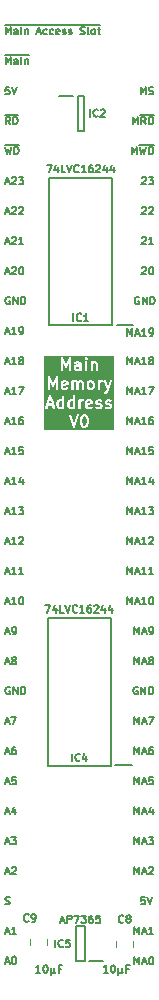
<source format=gto>
%TF.GenerationSoftware,KiCad,Pcbnew,8.0.2*%
%TF.CreationDate,2024-06-07T09:24:33+02:00*%
%TF.ProjectId,HCP65 Main Memory Address,48435036-3520-44d6-9169-6e204d656d6f,V0*%
%TF.SameCoordinates,PX54c81a0PY37b6b20*%
%TF.FileFunction,Legend,Top*%
%TF.FilePolarity,Positive*%
%FSLAX46Y46*%
G04 Gerber Fmt 4.6, Leading zero omitted, Abs format (unit mm)*
G04 Created by KiCad (PCBNEW 8.0.2) date 2024-06-07 09:24:33*
%MOMM*%
%LPD*%
G01*
G04 APERTURE LIST*
%ADD10C,0.150000*%
%ADD11C,0.200000*%
%ADD12C,0.120000*%
G04 APERTURE END LIST*
D10*
X1362636Y-17884534D02*
X1665017Y-17884534D01*
X1302160Y-18065963D02*
X1513826Y-17430963D01*
X1513826Y-17430963D02*
X1725493Y-18065963D01*
X1906922Y-17491439D02*
X1937160Y-17461201D01*
X1937160Y-17461201D02*
X1997636Y-17430963D01*
X1997636Y-17430963D02*
X2148827Y-17430963D01*
X2148827Y-17430963D02*
X2209303Y-17461201D01*
X2209303Y-17461201D02*
X2239541Y-17491439D01*
X2239541Y-17491439D02*
X2269779Y-17551915D01*
X2269779Y-17551915D02*
X2269779Y-17612391D01*
X2269779Y-17612391D02*
X2239541Y-17703105D01*
X2239541Y-17703105D02*
X1876684Y-18065963D01*
X1876684Y-18065963D02*
X2269779Y-18065963D01*
X2874541Y-18065963D02*
X2511684Y-18065963D01*
X2693112Y-18065963D02*
X2693112Y-17430963D01*
X2693112Y-17430963D02*
X2632636Y-17521677D01*
X2632636Y-17521677D02*
X2572160Y-17582153D01*
X2572160Y-17582153D02*
X2511684Y-17612391D01*
X1725493Y-55561201D02*
X1665017Y-55530963D01*
X1665017Y-55530963D02*
X1574303Y-55530963D01*
X1574303Y-55530963D02*
X1483588Y-55561201D01*
X1483588Y-55561201D02*
X1423112Y-55621677D01*
X1423112Y-55621677D02*
X1392874Y-55682153D01*
X1392874Y-55682153D02*
X1362636Y-55803105D01*
X1362636Y-55803105D02*
X1362636Y-55893820D01*
X1362636Y-55893820D02*
X1392874Y-56014772D01*
X1392874Y-56014772D02*
X1423112Y-56075248D01*
X1423112Y-56075248D02*
X1483588Y-56135725D01*
X1483588Y-56135725D02*
X1574303Y-56165963D01*
X1574303Y-56165963D02*
X1634779Y-56165963D01*
X1634779Y-56165963D02*
X1725493Y-56135725D01*
X1725493Y-56135725D02*
X1755731Y-56105486D01*
X1755731Y-56105486D02*
X1755731Y-55893820D01*
X1755731Y-55893820D02*
X1634779Y-55893820D01*
X2027874Y-56165963D02*
X2027874Y-55530963D01*
X2027874Y-55530963D02*
X2390731Y-56165963D01*
X2390731Y-56165963D02*
X2390731Y-55530963D01*
X2693112Y-56165963D02*
X2693112Y-55530963D01*
X2693112Y-55530963D02*
X2844302Y-55530963D01*
X2844302Y-55530963D02*
X2935017Y-55561201D01*
X2935017Y-55561201D02*
X2995493Y-55621677D01*
X2995493Y-55621677D02*
X3025731Y-55682153D01*
X3025731Y-55682153D02*
X3055969Y-55803105D01*
X3055969Y-55803105D02*
X3055969Y-55893820D01*
X3055969Y-55893820D02*
X3025731Y-56014772D01*
X3025731Y-56014772D02*
X2995493Y-56075248D01*
X2995493Y-56075248D02*
X2935017Y-56135725D01*
X2935017Y-56135725D02*
X2844302Y-56165963D01*
X2844302Y-56165963D02*
X2693112Y-56165963D01*
X1332398Y-9810963D02*
X1483588Y-10445963D01*
X1483588Y-10445963D02*
X1604541Y-9992391D01*
X1604541Y-9992391D02*
X1725493Y-10445963D01*
X1725493Y-10445963D02*
X1876684Y-9810963D01*
X2118588Y-10445963D02*
X2118588Y-9810963D01*
X2118588Y-9810963D02*
X2269778Y-9810963D01*
X2269778Y-9810963D02*
X2360493Y-9841201D01*
X2360493Y-9841201D02*
X2420969Y-9901677D01*
X2420969Y-9901677D02*
X2451207Y-9962153D01*
X2451207Y-9962153D02*
X2481445Y-10083105D01*
X2481445Y-10083105D02*
X2481445Y-10173820D01*
X2481445Y-10173820D02*
X2451207Y-10294772D01*
X2451207Y-10294772D02*
X2420969Y-10355248D01*
X2420969Y-10355248D02*
X2360493Y-10415725D01*
X2360493Y-10415725D02*
X2269778Y-10445963D01*
X2269778Y-10445963D02*
X2118588Y-10445963D01*
X1305184Y-9634675D02*
X2538898Y-9634675D01*
X1362636Y-40744534D02*
X1665017Y-40744534D01*
X1302160Y-40925963D02*
X1513826Y-40290963D01*
X1513826Y-40290963D02*
X1725493Y-40925963D01*
X2269779Y-40925963D02*
X1906922Y-40925963D01*
X2088350Y-40925963D02*
X2088350Y-40290963D01*
X2088350Y-40290963D02*
X2027874Y-40381677D01*
X2027874Y-40381677D02*
X1967398Y-40442153D01*
X1967398Y-40442153D02*
X1906922Y-40472391D01*
X2481446Y-40290963D02*
X2874541Y-40290963D01*
X2874541Y-40290963D02*
X2662874Y-40532867D01*
X2662874Y-40532867D02*
X2753589Y-40532867D01*
X2753589Y-40532867D02*
X2814065Y-40563105D01*
X2814065Y-40563105D02*
X2844303Y-40593344D01*
X2844303Y-40593344D02*
X2874541Y-40653820D01*
X2874541Y-40653820D02*
X2874541Y-40805010D01*
X2874541Y-40805010D02*
X2844303Y-40865486D01*
X2844303Y-40865486D02*
X2814065Y-40895725D01*
X2814065Y-40895725D02*
X2753589Y-40925963D01*
X2753589Y-40925963D02*
X2572160Y-40925963D01*
X2572160Y-40925963D02*
X2511684Y-40895725D01*
X2511684Y-40895725D02*
X2481446Y-40865486D01*
X12673887Y-22541201D02*
X12613411Y-22510963D01*
X12613411Y-22510963D02*
X12522697Y-22510963D01*
X12522697Y-22510963D02*
X12431982Y-22541201D01*
X12431982Y-22541201D02*
X12371506Y-22601677D01*
X12371506Y-22601677D02*
X12341268Y-22662153D01*
X12341268Y-22662153D02*
X12311030Y-22783105D01*
X12311030Y-22783105D02*
X12311030Y-22873820D01*
X12311030Y-22873820D02*
X12341268Y-22994772D01*
X12341268Y-22994772D02*
X12371506Y-23055248D01*
X12371506Y-23055248D02*
X12431982Y-23115725D01*
X12431982Y-23115725D02*
X12522697Y-23145963D01*
X12522697Y-23145963D02*
X12583173Y-23145963D01*
X12583173Y-23145963D02*
X12673887Y-23115725D01*
X12673887Y-23115725D02*
X12704125Y-23085486D01*
X12704125Y-23085486D02*
X12704125Y-22873820D01*
X12704125Y-22873820D02*
X12583173Y-22873820D01*
X12976268Y-23145963D02*
X12976268Y-22510963D01*
X12976268Y-22510963D02*
X13339125Y-23145963D01*
X13339125Y-23145963D02*
X13339125Y-22510963D01*
X13641506Y-23145963D02*
X13641506Y-22510963D01*
X13641506Y-22510963D02*
X13792696Y-22510963D01*
X13792696Y-22510963D02*
X13883411Y-22541201D01*
X13883411Y-22541201D02*
X13943887Y-22601677D01*
X13943887Y-22601677D02*
X13974125Y-22662153D01*
X13974125Y-22662153D02*
X14004363Y-22783105D01*
X14004363Y-22783105D02*
X14004363Y-22873820D01*
X14004363Y-22873820D02*
X13974125Y-22994772D01*
X13974125Y-22994772D02*
X13943887Y-23055248D01*
X13943887Y-23055248D02*
X13883411Y-23115725D01*
X13883411Y-23115725D02*
X13792696Y-23145963D01*
X13792696Y-23145963D02*
X13641506Y-23145963D01*
X1362636Y-25504534D02*
X1665017Y-25504534D01*
X1302160Y-25685963D02*
X1513826Y-25050963D01*
X1513826Y-25050963D02*
X1725493Y-25685963D01*
X2269779Y-25685963D02*
X1906922Y-25685963D01*
X2088350Y-25685963D02*
X2088350Y-25050963D01*
X2088350Y-25050963D02*
X2027874Y-25141677D01*
X2027874Y-25141677D02*
X1967398Y-25202153D01*
X1967398Y-25202153D02*
X1906922Y-25232391D01*
X2572160Y-25685963D02*
X2693112Y-25685963D01*
X2693112Y-25685963D02*
X2753589Y-25655725D01*
X2753589Y-25655725D02*
X2783827Y-25625486D01*
X2783827Y-25625486D02*
X2844303Y-25534772D01*
X2844303Y-25534772D02*
X2874541Y-25413820D01*
X2874541Y-25413820D02*
X2874541Y-25171915D01*
X2874541Y-25171915D02*
X2844303Y-25111439D01*
X2844303Y-25111439D02*
X2814065Y-25081201D01*
X2814065Y-25081201D02*
X2753589Y-25050963D01*
X2753589Y-25050963D02*
X2632636Y-25050963D01*
X2632636Y-25050963D02*
X2572160Y-25081201D01*
X2572160Y-25081201D02*
X2541922Y-25111439D01*
X2541922Y-25111439D02*
X2511684Y-25171915D01*
X2511684Y-25171915D02*
X2511684Y-25323105D01*
X2511684Y-25323105D02*
X2541922Y-25383582D01*
X2541922Y-25383582D02*
X2572160Y-25413820D01*
X2572160Y-25413820D02*
X2632636Y-25444058D01*
X2632636Y-25444058D02*
X2753589Y-25444058D01*
X2753589Y-25444058D02*
X2814065Y-25413820D01*
X2814065Y-25413820D02*
X2844303Y-25383582D01*
X2844303Y-25383582D02*
X2874541Y-25323105D01*
X11669982Y-46005963D02*
X11669982Y-45370963D01*
X11669982Y-45370963D02*
X11881649Y-45824534D01*
X11881649Y-45824534D02*
X12093315Y-45370963D01*
X12093315Y-45370963D02*
X12093315Y-46005963D01*
X12365458Y-45824534D02*
X12667839Y-45824534D01*
X12304982Y-46005963D02*
X12516648Y-45370963D01*
X12516648Y-45370963D02*
X12728315Y-46005963D01*
X13272601Y-46005963D02*
X12909744Y-46005963D01*
X13091172Y-46005963D02*
X13091172Y-45370963D01*
X13091172Y-45370963D02*
X13030696Y-45461677D01*
X13030696Y-45461677D02*
X12970220Y-45522153D01*
X12970220Y-45522153D02*
X12909744Y-45552391D01*
X13877363Y-46005963D02*
X13514506Y-46005963D01*
X13695934Y-46005963D02*
X13695934Y-45370963D01*
X13695934Y-45370963D02*
X13635458Y-45461677D01*
X13635458Y-45461677D02*
X13574982Y-45522153D01*
X13574982Y-45522153D02*
X13514506Y-45552391D01*
X1695255Y-4730963D02*
X1392874Y-4730963D01*
X1392874Y-4730963D02*
X1362636Y-5033344D01*
X1362636Y-5033344D02*
X1392874Y-5003105D01*
X1392874Y-5003105D02*
X1453350Y-4972867D01*
X1453350Y-4972867D02*
X1604541Y-4972867D01*
X1604541Y-4972867D02*
X1665017Y-5003105D01*
X1665017Y-5003105D02*
X1695255Y-5033344D01*
X1695255Y-5033344D02*
X1725493Y-5093820D01*
X1725493Y-5093820D02*
X1725493Y-5245010D01*
X1725493Y-5245010D02*
X1695255Y-5305486D01*
X1695255Y-5305486D02*
X1665017Y-5335725D01*
X1665017Y-5335725D02*
X1604541Y-5365963D01*
X1604541Y-5365963D02*
X1453350Y-5365963D01*
X1453350Y-5365963D02*
X1392874Y-5335725D01*
X1392874Y-5335725D02*
X1362636Y-5305486D01*
X1906922Y-4730963D02*
X2118588Y-5365963D01*
X2118588Y-5365963D02*
X2330255Y-4730963D01*
X12274744Y-53625963D02*
X12274744Y-52990963D01*
X12274744Y-52990963D02*
X12486411Y-53444534D01*
X12486411Y-53444534D02*
X12698077Y-52990963D01*
X12698077Y-52990963D02*
X12698077Y-53625963D01*
X12970220Y-53444534D02*
X13272601Y-53444534D01*
X12909744Y-53625963D02*
X13121410Y-52990963D01*
X13121410Y-52990963D02*
X13333077Y-53625963D01*
X13635458Y-53263105D02*
X13574982Y-53232867D01*
X13574982Y-53232867D02*
X13544744Y-53202629D01*
X13544744Y-53202629D02*
X13514506Y-53142153D01*
X13514506Y-53142153D02*
X13514506Y-53111915D01*
X13514506Y-53111915D02*
X13544744Y-53051439D01*
X13544744Y-53051439D02*
X13574982Y-53021201D01*
X13574982Y-53021201D02*
X13635458Y-52990963D01*
X13635458Y-52990963D02*
X13756411Y-52990963D01*
X13756411Y-52990963D02*
X13816887Y-53021201D01*
X13816887Y-53021201D02*
X13847125Y-53051439D01*
X13847125Y-53051439D02*
X13877363Y-53111915D01*
X13877363Y-53111915D02*
X13877363Y-53142153D01*
X13877363Y-53142153D02*
X13847125Y-53202629D01*
X13847125Y-53202629D02*
X13816887Y-53232867D01*
X13816887Y-53232867D02*
X13756411Y-53263105D01*
X13756411Y-53263105D02*
X13635458Y-53263105D01*
X13635458Y-53263105D02*
X13574982Y-53293344D01*
X13574982Y-53293344D02*
X13544744Y-53323582D01*
X13544744Y-53323582D02*
X13514506Y-53384058D01*
X13514506Y-53384058D02*
X13514506Y-53505010D01*
X13514506Y-53505010D02*
X13544744Y-53565486D01*
X13544744Y-53565486D02*
X13574982Y-53595725D01*
X13574982Y-53595725D02*
X13635458Y-53625963D01*
X13635458Y-53625963D02*
X13756411Y-53625963D01*
X13756411Y-53625963D02*
X13816887Y-53595725D01*
X13816887Y-53595725D02*
X13847125Y-53565486D01*
X13847125Y-53565486D02*
X13877363Y-53505010D01*
X13877363Y-53505010D02*
X13877363Y-53384058D01*
X13877363Y-53384058D02*
X13847125Y-53323582D01*
X13847125Y-53323582D02*
X13816887Y-53293344D01*
X13816887Y-53293344D02*
X13756411Y-53263105D01*
X1362636Y-33124534D02*
X1665017Y-33124534D01*
X1302160Y-33305963D02*
X1513826Y-32670963D01*
X1513826Y-32670963D02*
X1725493Y-33305963D01*
X2269779Y-33305963D02*
X1906922Y-33305963D01*
X2088350Y-33305963D02*
X2088350Y-32670963D01*
X2088350Y-32670963D02*
X2027874Y-32761677D01*
X2027874Y-32761677D02*
X1967398Y-32822153D01*
X1967398Y-32822153D02*
X1906922Y-32852391D01*
X2814065Y-32670963D02*
X2693112Y-32670963D01*
X2693112Y-32670963D02*
X2632636Y-32701201D01*
X2632636Y-32701201D02*
X2602398Y-32731439D01*
X2602398Y-32731439D02*
X2541922Y-32822153D01*
X2541922Y-32822153D02*
X2511684Y-32943105D01*
X2511684Y-32943105D02*
X2511684Y-33185010D01*
X2511684Y-33185010D02*
X2541922Y-33245486D01*
X2541922Y-33245486D02*
X2572160Y-33275725D01*
X2572160Y-33275725D02*
X2632636Y-33305963D01*
X2632636Y-33305963D02*
X2753589Y-33305963D01*
X2753589Y-33305963D02*
X2814065Y-33275725D01*
X2814065Y-33275725D02*
X2844303Y-33245486D01*
X2844303Y-33245486D02*
X2874541Y-33185010D01*
X2874541Y-33185010D02*
X2874541Y-33033820D01*
X2874541Y-33033820D02*
X2844303Y-32973344D01*
X2844303Y-32973344D02*
X2814065Y-32943105D01*
X2814065Y-32943105D02*
X2753589Y-32912867D01*
X2753589Y-32912867D02*
X2632636Y-32912867D01*
X2632636Y-32912867D02*
X2572160Y-32943105D01*
X2572160Y-32943105D02*
X2541922Y-32973344D01*
X2541922Y-32973344D02*
X2511684Y-33033820D01*
X11669982Y-48545963D02*
X11669982Y-47910963D01*
X11669982Y-47910963D02*
X11881649Y-48364534D01*
X11881649Y-48364534D02*
X12093315Y-47910963D01*
X12093315Y-47910963D02*
X12093315Y-48545963D01*
X12365458Y-48364534D02*
X12667839Y-48364534D01*
X12304982Y-48545963D02*
X12516648Y-47910963D01*
X12516648Y-47910963D02*
X12728315Y-48545963D01*
X13272601Y-48545963D02*
X12909744Y-48545963D01*
X13091172Y-48545963D02*
X13091172Y-47910963D01*
X13091172Y-47910963D02*
X13030696Y-48001677D01*
X13030696Y-48001677D02*
X12970220Y-48062153D01*
X12970220Y-48062153D02*
X12909744Y-48092391D01*
X13665696Y-47910963D02*
X13726173Y-47910963D01*
X13726173Y-47910963D02*
X13786649Y-47941201D01*
X13786649Y-47941201D02*
X13816887Y-47971439D01*
X13816887Y-47971439D02*
X13847125Y-48031915D01*
X13847125Y-48031915D02*
X13877363Y-48152867D01*
X13877363Y-48152867D02*
X13877363Y-48304058D01*
X13877363Y-48304058D02*
X13847125Y-48425010D01*
X13847125Y-48425010D02*
X13816887Y-48485486D01*
X13816887Y-48485486D02*
X13786649Y-48515725D01*
X13786649Y-48515725D02*
X13726173Y-48545963D01*
X13726173Y-48545963D02*
X13665696Y-48545963D01*
X13665696Y-48545963D02*
X13605220Y-48515725D01*
X13605220Y-48515725D02*
X13574982Y-48485486D01*
X13574982Y-48485486D02*
X13544744Y-48425010D01*
X13544744Y-48425010D02*
X13514506Y-48304058D01*
X13514506Y-48304058D02*
X13514506Y-48152867D01*
X13514506Y-48152867D02*
X13544744Y-48031915D01*
X13544744Y-48031915D02*
X13574982Y-47971439D01*
X13574982Y-47971439D02*
X13605220Y-47941201D01*
X13605220Y-47941201D02*
X13665696Y-47910963D01*
X12274744Y-68865963D02*
X12274744Y-68230963D01*
X12274744Y-68230963D02*
X12486411Y-68684534D01*
X12486411Y-68684534D02*
X12698077Y-68230963D01*
X12698077Y-68230963D02*
X12698077Y-68865963D01*
X12970220Y-68684534D02*
X13272601Y-68684534D01*
X12909744Y-68865963D02*
X13121410Y-68230963D01*
X13121410Y-68230963D02*
X13333077Y-68865963D01*
X13484268Y-68230963D02*
X13877363Y-68230963D01*
X13877363Y-68230963D02*
X13665696Y-68472867D01*
X13665696Y-68472867D02*
X13756411Y-68472867D01*
X13756411Y-68472867D02*
X13816887Y-68503105D01*
X13816887Y-68503105D02*
X13847125Y-68533344D01*
X13847125Y-68533344D02*
X13877363Y-68593820D01*
X13877363Y-68593820D02*
X13877363Y-68745010D01*
X13877363Y-68745010D02*
X13847125Y-68805486D01*
X13847125Y-68805486D02*
X13816887Y-68835725D01*
X13816887Y-68835725D02*
X13756411Y-68865963D01*
X13756411Y-68865963D02*
X13574982Y-68865963D01*
X13574982Y-68865963D02*
X13514506Y-68835725D01*
X13514506Y-68835725D02*
X13484268Y-68805486D01*
X1362636Y-68684534D02*
X1665017Y-68684534D01*
X1302160Y-68865963D02*
X1513826Y-68230963D01*
X1513826Y-68230963D02*
X1725493Y-68865963D01*
X1876684Y-68230963D02*
X2269779Y-68230963D01*
X2269779Y-68230963D02*
X2058112Y-68472867D01*
X2058112Y-68472867D02*
X2148827Y-68472867D01*
X2148827Y-68472867D02*
X2209303Y-68503105D01*
X2209303Y-68503105D02*
X2239541Y-68533344D01*
X2239541Y-68533344D02*
X2269779Y-68593820D01*
X2269779Y-68593820D02*
X2269779Y-68745010D01*
X2269779Y-68745010D02*
X2239541Y-68805486D01*
X2239541Y-68805486D02*
X2209303Y-68835725D01*
X2209303Y-68835725D02*
X2148827Y-68865963D01*
X2148827Y-68865963D02*
X1967398Y-68865963D01*
X1967398Y-68865963D02*
X1906922Y-68835725D01*
X1906922Y-68835725D02*
X1876684Y-68805486D01*
X12274744Y-63785963D02*
X12274744Y-63150963D01*
X12274744Y-63150963D02*
X12486411Y-63604534D01*
X12486411Y-63604534D02*
X12698077Y-63150963D01*
X12698077Y-63150963D02*
X12698077Y-63785963D01*
X12970220Y-63604534D02*
X13272601Y-63604534D01*
X12909744Y-63785963D02*
X13121410Y-63150963D01*
X13121410Y-63150963D02*
X13333077Y-63785963D01*
X13847125Y-63150963D02*
X13544744Y-63150963D01*
X13544744Y-63150963D02*
X13514506Y-63453344D01*
X13514506Y-63453344D02*
X13544744Y-63423105D01*
X13544744Y-63423105D02*
X13605220Y-63392867D01*
X13605220Y-63392867D02*
X13756411Y-63392867D01*
X13756411Y-63392867D02*
X13816887Y-63423105D01*
X13816887Y-63423105D02*
X13847125Y-63453344D01*
X13847125Y-63453344D02*
X13877363Y-63513820D01*
X13877363Y-63513820D02*
X13877363Y-63665010D01*
X13877363Y-63665010D02*
X13847125Y-63725486D01*
X13847125Y-63725486D02*
X13816887Y-63755725D01*
X13816887Y-63755725D02*
X13756411Y-63785963D01*
X13756411Y-63785963D02*
X13605220Y-63785963D01*
X13605220Y-63785963D02*
X13544744Y-63755725D01*
X13544744Y-63755725D02*
X13514506Y-63725486D01*
X12274744Y-51085963D02*
X12274744Y-50450963D01*
X12274744Y-50450963D02*
X12486411Y-50904534D01*
X12486411Y-50904534D02*
X12698077Y-50450963D01*
X12698077Y-50450963D02*
X12698077Y-51085963D01*
X12970220Y-50904534D02*
X13272601Y-50904534D01*
X12909744Y-51085963D02*
X13121410Y-50450963D01*
X13121410Y-50450963D02*
X13333077Y-51085963D01*
X13574982Y-51085963D02*
X13695934Y-51085963D01*
X13695934Y-51085963D02*
X13756411Y-51055725D01*
X13756411Y-51055725D02*
X13786649Y-51025486D01*
X13786649Y-51025486D02*
X13847125Y-50934772D01*
X13847125Y-50934772D02*
X13877363Y-50813820D01*
X13877363Y-50813820D02*
X13877363Y-50571915D01*
X13877363Y-50571915D02*
X13847125Y-50511439D01*
X13847125Y-50511439D02*
X13816887Y-50481201D01*
X13816887Y-50481201D02*
X13756411Y-50450963D01*
X13756411Y-50450963D02*
X13635458Y-50450963D01*
X13635458Y-50450963D02*
X13574982Y-50481201D01*
X13574982Y-50481201D02*
X13544744Y-50511439D01*
X13544744Y-50511439D02*
X13514506Y-50571915D01*
X13514506Y-50571915D02*
X13514506Y-50723105D01*
X13514506Y-50723105D02*
X13544744Y-50783582D01*
X13544744Y-50783582D02*
X13574982Y-50813820D01*
X13574982Y-50813820D02*
X13635458Y-50844058D01*
X13635458Y-50844058D02*
X13756411Y-50844058D01*
X13756411Y-50844058D02*
X13816887Y-50813820D01*
X13816887Y-50813820D02*
X13847125Y-50783582D01*
X13847125Y-50783582D02*
X13877363Y-50723105D01*
X1362636Y-63604534D02*
X1665017Y-63604534D01*
X1302160Y-63785963D02*
X1513826Y-63150963D01*
X1513826Y-63150963D02*
X1725493Y-63785963D01*
X2239541Y-63150963D02*
X1937160Y-63150963D01*
X1937160Y-63150963D02*
X1906922Y-63453344D01*
X1906922Y-63453344D02*
X1937160Y-63423105D01*
X1937160Y-63423105D02*
X1997636Y-63392867D01*
X1997636Y-63392867D02*
X2148827Y-63392867D01*
X2148827Y-63392867D02*
X2209303Y-63423105D01*
X2209303Y-63423105D02*
X2239541Y-63453344D01*
X2239541Y-63453344D02*
X2269779Y-63513820D01*
X2269779Y-63513820D02*
X2269779Y-63665010D01*
X2269779Y-63665010D02*
X2239541Y-63725486D01*
X2239541Y-63725486D02*
X2209303Y-63755725D01*
X2209303Y-63755725D02*
X2148827Y-63785963D01*
X2148827Y-63785963D02*
X1997636Y-63785963D01*
X1997636Y-63785963D02*
X1937160Y-63755725D01*
X1937160Y-63755725D02*
X1906922Y-63725486D01*
X1362636Y-43284534D02*
X1665017Y-43284534D01*
X1302160Y-43465963D02*
X1513826Y-42830963D01*
X1513826Y-42830963D02*
X1725493Y-43465963D01*
X2269779Y-43465963D02*
X1906922Y-43465963D01*
X2088350Y-43465963D02*
X2088350Y-42830963D01*
X2088350Y-42830963D02*
X2027874Y-42921677D01*
X2027874Y-42921677D02*
X1967398Y-42982153D01*
X1967398Y-42982153D02*
X1906922Y-43012391D01*
X2511684Y-42891439D02*
X2541922Y-42861201D01*
X2541922Y-42861201D02*
X2602398Y-42830963D01*
X2602398Y-42830963D02*
X2753589Y-42830963D01*
X2753589Y-42830963D02*
X2814065Y-42861201D01*
X2814065Y-42861201D02*
X2844303Y-42891439D01*
X2844303Y-42891439D02*
X2874541Y-42951915D01*
X2874541Y-42951915D02*
X2874541Y-43012391D01*
X2874541Y-43012391D02*
X2844303Y-43103105D01*
X2844303Y-43103105D02*
X2481446Y-43465963D01*
X2481446Y-43465963D02*
X2874541Y-43465963D01*
X12909744Y-17491439D02*
X12939982Y-17461201D01*
X12939982Y-17461201D02*
X13000458Y-17430963D01*
X13000458Y-17430963D02*
X13151649Y-17430963D01*
X13151649Y-17430963D02*
X13212125Y-17461201D01*
X13212125Y-17461201D02*
X13242363Y-17491439D01*
X13242363Y-17491439D02*
X13272601Y-17551915D01*
X13272601Y-17551915D02*
X13272601Y-17612391D01*
X13272601Y-17612391D02*
X13242363Y-17703105D01*
X13242363Y-17703105D02*
X12879506Y-18065963D01*
X12879506Y-18065963D02*
X13272601Y-18065963D01*
X13877363Y-18065963D02*
X13514506Y-18065963D01*
X13695934Y-18065963D02*
X13695934Y-17430963D01*
X13695934Y-17430963D02*
X13635458Y-17521677D01*
X13635458Y-17521677D02*
X13574982Y-17582153D01*
X13574982Y-17582153D02*
X13514506Y-17612391D01*
X11669982Y-38385963D02*
X11669982Y-37750963D01*
X11669982Y-37750963D02*
X11881649Y-38204534D01*
X11881649Y-38204534D02*
X12093315Y-37750963D01*
X12093315Y-37750963D02*
X12093315Y-38385963D01*
X12365458Y-38204534D02*
X12667839Y-38204534D01*
X12304982Y-38385963D02*
X12516648Y-37750963D01*
X12516648Y-37750963D02*
X12728315Y-38385963D01*
X13272601Y-38385963D02*
X12909744Y-38385963D01*
X13091172Y-38385963D02*
X13091172Y-37750963D01*
X13091172Y-37750963D02*
X13030696Y-37841677D01*
X13030696Y-37841677D02*
X12970220Y-37902153D01*
X12970220Y-37902153D02*
X12909744Y-37932391D01*
X13816887Y-37962629D02*
X13816887Y-38385963D01*
X13665696Y-37720725D02*
X13514506Y-38174296D01*
X13514506Y-38174296D02*
X13907601Y-38174296D01*
X12909744Y-12411439D02*
X12939982Y-12381201D01*
X12939982Y-12381201D02*
X13000458Y-12350963D01*
X13000458Y-12350963D02*
X13151649Y-12350963D01*
X13151649Y-12350963D02*
X13212125Y-12381201D01*
X13212125Y-12381201D02*
X13242363Y-12411439D01*
X13242363Y-12411439D02*
X13272601Y-12471915D01*
X13272601Y-12471915D02*
X13272601Y-12532391D01*
X13272601Y-12532391D02*
X13242363Y-12623105D01*
X13242363Y-12623105D02*
X12879506Y-12985963D01*
X12879506Y-12985963D02*
X13272601Y-12985963D01*
X13484268Y-12350963D02*
X13877363Y-12350963D01*
X13877363Y-12350963D02*
X13665696Y-12592867D01*
X13665696Y-12592867D02*
X13756411Y-12592867D01*
X13756411Y-12592867D02*
X13816887Y-12623105D01*
X13816887Y-12623105D02*
X13847125Y-12653344D01*
X13847125Y-12653344D02*
X13877363Y-12713820D01*
X13877363Y-12713820D02*
X13877363Y-12865010D01*
X13877363Y-12865010D02*
X13847125Y-12925486D01*
X13847125Y-12925486D02*
X13816887Y-12955725D01*
X13816887Y-12955725D02*
X13756411Y-12985963D01*
X13756411Y-12985963D02*
X13574982Y-12985963D01*
X13574982Y-12985963D02*
X13514506Y-12955725D01*
X13514506Y-12955725D02*
X13484268Y-12925486D01*
X1755731Y-7905963D02*
X1544064Y-7603582D01*
X1392874Y-7905963D02*
X1392874Y-7270963D01*
X1392874Y-7270963D02*
X1634779Y-7270963D01*
X1634779Y-7270963D02*
X1695255Y-7301201D01*
X1695255Y-7301201D02*
X1725493Y-7331439D01*
X1725493Y-7331439D02*
X1755731Y-7391915D01*
X1755731Y-7391915D02*
X1755731Y-7482629D01*
X1755731Y-7482629D02*
X1725493Y-7543105D01*
X1725493Y-7543105D02*
X1695255Y-7573344D01*
X1695255Y-7573344D02*
X1634779Y-7603582D01*
X1634779Y-7603582D02*
X1392874Y-7603582D01*
X2027874Y-7905963D02*
X2027874Y-7270963D01*
X2027874Y-7270963D02*
X2179064Y-7270963D01*
X2179064Y-7270963D02*
X2269779Y-7301201D01*
X2269779Y-7301201D02*
X2330255Y-7361677D01*
X2330255Y-7361677D02*
X2360493Y-7422153D01*
X2360493Y-7422153D02*
X2390731Y-7543105D01*
X2390731Y-7543105D02*
X2390731Y-7633820D01*
X2390731Y-7633820D02*
X2360493Y-7754772D01*
X2360493Y-7754772D02*
X2330255Y-7815248D01*
X2330255Y-7815248D02*
X2269779Y-7875725D01*
X2269779Y-7875725D02*
X2179064Y-7905963D01*
X2179064Y-7905963D02*
X2027874Y-7905963D01*
X1305184Y-7094675D02*
X2448184Y-7094675D01*
X1362636Y-28044534D02*
X1665017Y-28044534D01*
X1302160Y-28225963D02*
X1513826Y-27590963D01*
X1513826Y-27590963D02*
X1725493Y-28225963D01*
X2269779Y-28225963D02*
X1906922Y-28225963D01*
X2088350Y-28225963D02*
X2088350Y-27590963D01*
X2088350Y-27590963D02*
X2027874Y-27681677D01*
X2027874Y-27681677D02*
X1967398Y-27742153D01*
X1967398Y-27742153D02*
X1906922Y-27772391D01*
X2632636Y-27863105D02*
X2572160Y-27832867D01*
X2572160Y-27832867D02*
X2541922Y-27802629D01*
X2541922Y-27802629D02*
X2511684Y-27742153D01*
X2511684Y-27742153D02*
X2511684Y-27711915D01*
X2511684Y-27711915D02*
X2541922Y-27651439D01*
X2541922Y-27651439D02*
X2572160Y-27621201D01*
X2572160Y-27621201D02*
X2632636Y-27590963D01*
X2632636Y-27590963D02*
X2753589Y-27590963D01*
X2753589Y-27590963D02*
X2814065Y-27621201D01*
X2814065Y-27621201D02*
X2844303Y-27651439D01*
X2844303Y-27651439D02*
X2874541Y-27711915D01*
X2874541Y-27711915D02*
X2874541Y-27742153D01*
X2874541Y-27742153D02*
X2844303Y-27802629D01*
X2844303Y-27802629D02*
X2814065Y-27832867D01*
X2814065Y-27832867D02*
X2753589Y-27863105D01*
X2753589Y-27863105D02*
X2632636Y-27863105D01*
X2632636Y-27863105D02*
X2572160Y-27893344D01*
X2572160Y-27893344D02*
X2541922Y-27923582D01*
X2541922Y-27923582D02*
X2511684Y-27984058D01*
X2511684Y-27984058D02*
X2511684Y-28105010D01*
X2511684Y-28105010D02*
X2541922Y-28165486D01*
X2541922Y-28165486D02*
X2572160Y-28195725D01*
X2572160Y-28195725D02*
X2632636Y-28225963D01*
X2632636Y-28225963D02*
X2753589Y-28225963D01*
X2753589Y-28225963D02*
X2814065Y-28195725D01*
X2814065Y-28195725D02*
X2844303Y-28165486D01*
X2844303Y-28165486D02*
X2874541Y-28105010D01*
X2874541Y-28105010D02*
X2874541Y-27984058D01*
X2874541Y-27984058D02*
X2844303Y-27923582D01*
X2844303Y-27923582D02*
X2814065Y-27893344D01*
X2814065Y-27893344D02*
X2753589Y-27863105D01*
X1362636Y-50904534D02*
X1665017Y-50904534D01*
X1302160Y-51085963D02*
X1513826Y-50450963D01*
X1513826Y-50450963D02*
X1725493Y-51085963D01*
X1967398Y-51085963D02*
X2088350Y-51085963D01*
X2088350Y-51085963D02*
X2148827Y-51055725D01*
X2148827Y-51055725D02*
X2179065Y-51025486D01*
X2179065Y-51025486D02*
X2239541Y-50934772D01*
X2239541Y-50934772D02*
X2269779Y-50813820D01*
X2269779Y-50813820D02*
X2269779Y-50571915D01*
X2269779Y-50571915D02*
X2239541Y-50511439D01*
X2239541Y-50511439D02*
X2209303Y-50481201D01*
X2209303Y-50481201D02*
X2148827Y-50450963D01*
X2148827Y-50450963D02*
X2027874Y-50450963D01*
X2027874Y-50450963D02*
X1967398Y-50481201D01*
X1967398Y-50481201D02*
X1937160Y-50511439D01*
X1937160Y-50511439D02*
X1906922Y-50571915D01*
X1906922Y-50571915D02*
X1906922Y-50723105D01*
X1906922Y-50723105D02*
X1937160Y-50783582D01*
X1937160Y-50783582D02*
X1967398Y-50813820D01*
X1967398Y-50813820D02*
X2027874Y-50844058D01*
X2027874Y-50844058D02*
X2148827Y-50844058D01*
X2148827Y-50844058D02*
X2209303Y-50813820D01*
X2209303Y-50813820D02*
X2239541Y-50783582D01*
X2239541Y-50783582D02*
X2269779Y-50723105D01*
X1362636Y-30584534D02*
X1665017Y-30584534D01*
X1302160Y-30765963D02*
X1513826Y-30130963D01*
X1513826Y-30130963D02*
X1725493Y-30765963D01*
X2269779Y-30765963D02*
X1906922Y-30765963D01*
X2088350Y-30765963D02*
X2088350Y-30130963D01*
X2088350Y-30130963D02*
X2027874Y-30221677D01*
X2027874Y-30221677D02*
X1967398Y-30282153D01*
X1967398Y-30282153D02*
X1906922Y-30312391D01*
X2481446Y-30130963D02*
X2904779Y-30130963D01*
X2904779Y-30130963D02*
X2632636Y-30765963D01*
X1362636Y-48364534D02*
X1665017Y-48364534D01*
X1302160Y-48545963D02*
X1513826Y-47910963D01*
X1513826Y-47910963D02*
X1725493Y-48545963D01*
X2269779Y-48545963D02*
X1906922Y-48545963D01*
X2088350Y-48545963D02*
X2088350Y-47910963D01*
X2088350Y-47910963D02*
X2027874Y-48001677D01*
X2027874Y-48001677D02*
X1967398Y-48062153D01*
X1967398Y-48062153D02*
X1906922Y-48092391D01*
X2662874Y-47910963D02*
X2723351Y-47910963D01*
X2723351Y-47910963D02*
X2783827Y-47941201D01*
X2783827Y-47941201D02*
X2814065Y-47971439D01*
X2814065Y-47971439D02*
X2844303Y-48031915D01*
X2844303Y-48031915D02*
X2874541Y-48152867D01*
X2874541Y-48152867D02*
X2874541Y-48304058D01*
X2874541Y-48304058D02*
X2844303Y-48425010D01*
X2844303Y-48425010D02*
X2814065Y-48485486D01*
X2814065Y-48485486D02*
X2783827Y-48515725D01*
X2783827Y-48515725D02*
X2723351Y-48545963D01*
X2723351Y-48545963D02*
X2662874Y-48545963D01*
X2662874Y-48545963D02*
X2602398Y-48515725D01*
X2602398Y-48515725D02*
X2572160Y-48485486D01*
X2572160Y-48485486D02*
X2541922Y-48425010D01*
X2541922Y-48425010D02*
X2511684Y-48304058D01*
X2511684Y-48304058D02*
X2511684Y-48152867D01*
X2511684Y-48152867D02*
X2541922Y-48031915D01*
X2541922Y-48031915D02*
X2572160Y-47971439D01*
X2572160Y-47971439D02*
X2602398Y-47941201D01*
X2602398Y-47941201D02*
X2662874Y-47910963D01*
X12063078Y-10445963D02*
X12063078Y-9810963D01*
X12063078Y-9810963D02*
X12274745Y-10264534D01*
X12274745Y-10264534D02*
X12486411Y-9810963D01*
X12486411Y-9810963D02*
X12486411Y-10445963D01*
X12728316Y-9810963D02*
X12879506Y-10445963D01*
X12879506Y-10445963D02*
X13000459Y-9992391D01*
X13000459Y-9992391D02*
X13121411Y-10445963D01*
X13121411Y-10445963D02*
X13272602Y-9810963D01*
X13514506Y-10445963D02*
X13514506Y-9810963D01*
X13514506Y-9810963D02*
X13665696Y-9810963D01*
X13665696Y-9810963D02*
X13756411Y-9841201D01*
X13756411Y-9841201D02*
X13816887Y-9901677D01*
X13816887Y-9901677D02*
X13847125Y-9962153D01*
X13847125Y-9962153D02*
X13877363Y-10083105D01*
X13877363Y-10083105D02*
X13877363Y-10173820D01*
X13877363Y-10173820D02*
X13847125Y-10294772D01*
X13847125Y-10294772D02*
X13816887Y-10355248D01*
X13816887Y-10355248D02*
X13756411Y-10415725D01*
X13756411Y-10415725D02*
X13665696Y-10445963D01*
X13665696Y-10445963D02*
X13514506Y-10445963D01*
X12701102Y-9634675D02*
X13934816Y-9634675D01*
X11669982Y-33305963D02*
X11669982Y-32670963D01*
X11669982Y-32670963D02*
X11881649Y-33124534D01*
X11881649Y-33124534D02*
X12093315Y-32670963D01*
X12093315Y-32670963D02*
X12093315Y-33305963D01*
X12365458Y-33124534D02*
X12667839Y-33124534D01*
X12304982Y-33305963D02*
X12516648Y-32670963D01*
X12516648Y-32670963D02*
X12728315Y-33305963D01*
X13272601Y-33305963D02*
X12909744Y-33305963D01*
X13091172Y-33305963D02*
X13091172Y-32670963D01*
X13091172Y-32670963D02*
X13030696Y-32761677D01*
X13030696Y-32761677D02*
X12970220Y-32822153D01*
X12970220Y-32822153D02*
X12909744Y-32852391D01*
X13816887Y-32670963D02*
X13695934Y-32670963D01*
X13695934Y-32670963D02*
X13635458Y-32701201D01*
X13635458Y-32701201D02*
X13605220Y-32731439D01*
X13605220Y-32731439D02*
X13544744Y-32822153D01*
X13544744Y-32822153D02*
X13514506Y-32943105D01*
X13514506Y-32943105D02*
X13514506Y-33185010D01*
X13514506Y-33185010D02*
X13544744Y-33245486D01*
X13544744Y-33245486D02*
X13574982Y-33275725D01*
X13574982Y-33275725D02*
X13635458Y-33305963D01*
X13635458Y-33305963D02*
X13756411Y-33305963D01*
X13756411Y-33305963D02*
X13816887Y-33275725D01*
X13816887Y-33275725D02*
X13847125Y-33245486D01*
X13847125Y-33245486D02*
X13877363Y-33185010D01*
X13877363Y-33185010D02*
X13877363Y-33033820D01*
X13877363Y-33033820D02*
X13847125Y-32973344D01*
X13847125Y-32973344D02*
X13816887Y-32943105D01*
X13816887Y-32943105D02*
X13756411Y-32912867D01*
X13756411Y-32912867D02*
X13635458Y-32912867D01*
X13635458Y-32912867D02*
X13574982Y-32943105D01*
X13574982Y-32943105D02*
X13544744Y-32973344D01*
X13544744Y-32973344D02*
X13514506Y-33033820D01*
X12274744Y-66325963D02*
X12274744Y-65690963D01*
X12274744Y-65690963D02*
X12486411Y-66144534D01*
X12486411Y-66144534D02*
X12698077Y-65690963D01*
X12698077Y-65690963D02*
X12698077Y-66325963D01*
X12970220Y-66144534D02*
X13272601Y-66144534D01*
X12909744Y-66325963D02*
X13121410Y-65690963D01*
X13121410Y-65690963D02*
X13333077Y-66325963D01*
X13816887Y-65902629D02*
X13816887Y-66325963D01*
X13665696Y-65660725D02*
X13514506Y-66114296D01*
X13514506Y-66114296D02*
X13907601Y-66114296D01*
X12274744Y-71405963D02*
X12274744Y-70770963D01*
X12274744Y-70770963D02*
X12486411Y-71224534D01*
X12486411Y-71224534D02*
X12698077Y-70770963D01*
X12698077Y-70770963D02*
X12698077Y-71405963D01*
X12970220Y-71224534D02*
X13272601Y-71224534D01*
X12909744Y-71405963D02*
X13121410Y-70770963D01*
X13121410Y-70770963D02*
X13333077Y-71405963D01*
X13514506Y-70831439D02*
X13544744Y-70801201D01*
X13544744Y-70801201D02*
X13605220Y-70770963D01*
X13605220Y-70770963D02*
X13756411Y-70770963D01*
X13756411Y-70770963D02*
X13816887Y-70801201D01*
X13816887Y-70801201D02*
X13847125Y-70831439D01*
X13847125Y-70831439D02*
X13877363Y-70891915D01*
X13877363Y-70891915D02*
X13877363Y-70952391D01*
X13877363Y-70952391D02*
X13847125Y-71043105D01*
X13847125Y-71043105D02*
X13484268Y-71405963D01*
X13484268Y-71405963D02*
X13877363Y-71405963D01*
X1362636Y-66144534D02*
X1665017Y-66144534D01*
X1302160Y-66325963D02*
X1513826Y-65690963D01*
X1513826Y-65690963D02*
X1725493Y-66325963D01*
X2209303Y-65902629D02*
X2209303Y-66325963D01*
X2058112Y-65660725D02*
X1906922Y-66114296D01*
X1906922Y-66114296D02*
X2300017Y-66114296D01*
X11669982Y-35845963D02*
X11669982Y-35210963D01*
X11669982Y-35210963D02*
X11881649Y-35664534D01*
X11881649Y-35664534D02*
X12093315Y-35210963D01*
X12093315Y-35210963D02*
X12093315Y-35845963D01*
X12365458Y-35664534D02*
X12667839Y-35664534D01*
X12304982Y-35845963D02*
X12516648Y-35210963D01*
X12516648Y-35210963D02*
X12728315Y-35845963D01*
X13272601Y-35845963D02*
X12909744Y-35845963D01*
X13091172Y-35845963D02*
X13091172Y-35210963D01*
X13091172Y-35210963D02*
X13030696Y-35301677D01*
X13030696Y-35301677D02*
X12970220Y-35362153D01*
X12970220Y-35362153D02*
X12909744Y-35392391D01*
X13847125Y-35210963D02*
X13544744Y-35210963D01*
X13544744Y-35210963D02*
X13514506Y-35513344D01*
X13514506Y-35513344D02*
X13544744Y-35483105D01*
X13544744Y-35483105D02*
X13605220Y-35452867D01*
X13605220Y-35452867D02*
X13756411Y-35452867D01*
X13756411Y-35452867D02*
X13816887Y-35483105D01*
X13816887Y-35483105D02*
X13847125Y-35513344D01*
X13847125Y-35513344D02*
X13877363Y-35573820D01*
X13877363Y-35573820D02*
X13877363Y-35725010D01*
X13877363Y-35725010D02*
X13847125Y-35785486D01*
X13847125Y-35785486D02*
X13816887Y-35815725D01*
X13816887Y-35815725D02*
X13756411Y-35845963D01*
X13756411Y-35845963D02*
X13605220Y-35845963D01*
X13605220Y-35845963D02*
X13544744Y-35815725D01*
X13544744Y-35815725D02*
X13514506Y-35785486D01*
X12274744Y-76485963D02*
X12274744Y-75850963D01*
X12274744Y-75850963D02*
X12486411Y-76304534D01*
X12486411Y-76304534D02*
X12698077Y-75850963D01*
X12698077Y-75850963D02*
X12698077Y-76485963D01*
X12970220Y-76304534D02*
X13272601Y-76304534D01*
X12909744Y-76485963D02*
X13121410Y-75850963D01*
X13121410Y-75850963D02*
X13333077Y-76485963D01*
X13877363Y-76485963D02*
X13514506Y-76485963D01*
X13695934Y-76485963D02*
X13695934Y-75850963D01*
X13695934Y-75850963D02*
X13635458Y-75941677D01*
X13635458Y-75941677D02*
X13574982Y-76002153D01*
X13574982Y-76002153D02*
X13514506Y-76032391D01*
X11669982Y-25812963D02*
X11669982Y-25177963D01*
X11669982Y-25177963D02*
X11881649Y-25631534D01*
X11881649Y-25631534D02*
X12093315Y-25177963D01*
X12093315Y-25177963D02*
X12093315Y-25812963D01*
X12365458Y-25631534D02*
X12667839Y-25631534D01*
X12304982Y-25812963D02*
X12516648Y-25177963D01*
X12516648Y-25177963D02*
X12728315Y-25812963D01*
X13272601Y-25812963D02*
X12909744Y-25812963D01*
X13091172Y-25812963D02*
X13091172Y-25177963D01*
X13091172Y-25177963D02*
X13030696Y-25268677D01*
X13030696Y-25268677D02*
X12970220Y-25329153D01*
X12970220Y-25329153D02*
X12909744Y-25359391D01*
X13574982Y-25812963D02*
X13695934Y-25812963D01*
X13695934Y-25812963D02*
X13756411Y-25782725D01*
X13756411Y-25782725D02*
X13786649Y-25752486D01*
X13786649Y-25752486D02*
X13847125Y-25661772D01*
X13847125Y-25661772D02*
X13877363Y-25540820D01*
X13877363Y-25540820D02*
X13877363Y-25298915D01*
X13877363Y-25298915D02*
X13847125Y-25238439D01*
X13847125Y-25238439D02*
X13816887Y-25208201D01*
X13816887Y-25208201D02*
X13756411Y-25177963D01*
X13756411Y-25177963D02*
X13635458Y-25177963D01*
X13635458Y-25177963D02*
X13574982Y-25208201D01*
X13574982Y-25208201D02*
X13544744Y-25238439D01*
X13544744Y-25238439D02*
X13514506Y-25298915D01*
X13514506Y-25298915D02*
X13514506Y-25450105D01*
X13514506Y-25450105D02*
X13544744Y-25510582D01*
X13544744Y-25510582D02*
X13574982Y-25540820D01*
X13574982Y-25540820D02*
X13635458Y-25571058D01*
X13635458Y-25571058D02*
X13756411Y-25571058D01*
X13756411Y-25571058D02*
X13816887Y-25540820D01*
X13816887Y-25540820D02*
X13847125Y-25510582D01*
X13847125Y-25510582D02*
X13877363Y-25450105D01*
X1362636Y-61064534D02*
X1665017Y-61064534D01*
X1302160Y-61245963D02*
X1513826Y-60610963D01*
X1513826Y-60610963D02*
X1725493Y-61245963D01*
X2209303Y-60610963D02*
X2088350Y-60610963D01*
X2088350Y-60610963D02*
X2027874Y-60641201D01*
X2027874Y-60641201D02*
X1997636Y-60671439D01*
X1997636Y-60671439D02*
X1937160Y-60762153D01*
X1937160Y-60762153D02*
X1906922Y-60883105D01*
X1906922Y-60883105D02*
X1906922Y-61125010D01*
X1906922Y-61125010D02*
X1937160Y-61185486D01*
X1937160Y-61185486D02*
X1967398Y-61215725D01*
X1967398Y-61215725D02*
X2027874Y-61245963D01*
X2027874Y-61245963D02*
X2148827Y-61245963D01*
X2148827Y-61245963D02*
X2209303Y-61215725D01*
X2209303Y-61215725D02*
X2239541Y-61185486D01*
X2239541Y-61185486D02*
X2269779Y-61125010D01*
X2269779Y-61125010D02*
X2269779Y-60973820D01*
X2269779Y-60973820D02*
X2239541Y-60913344D01*
X2239541Y-60913344D02*
X2209303Y-60883105D01*
X2209303Y-60883105D02*
X2148827Y-60852867D01*
X2148827Y-60852867D02*
X2027874Y-60852867D01*
X2027874Y-60852867D02*
X1967398Y-60883105D01*
X1967398Y-60883105D02*
X1937160Y-60913344D01*
X1937160Y-60913344D02*
X1906922Y-60973820D01*
X1362636Y-76304534D02*
X1665017Y-76304534D01*
X1302160Y-76485963D02*
X1513826Y-75850963D01*
X1513826Y-75850963D02*
X1725493Y-76485963D01*
X2269779Y-76485963D02*
X1906922Y-76485963D01*
X2088350Y-76485963D02*
X2088350Y-75850963D01*
X2088350Y-75850963D02*
X2027874Y-75941677D01*
X2027874Y-75941677D02*
X1967398Y-76002153D01*
X1967398Y-76002153D02*
X1906922Y-76032391D01*
X1362636Y-58524534D02*
X1665017Y-58524534D01*
X1302160Y-58705963D02*
X1513826Y-58070963D01*
X1513826Y-58070963D02*
X1725493Y-58705963D01*
X1876684Y-58070963D02*
X2300017Y-58070963D01*
X2300017Y-58070963D02*
X2027874Y-58705963D01*
X1362636Y-15344534D02*
X1665017Y-15344534D01*
X1302160Y-15525963D02*
X1513826Y-14890963D01*
X1513826Y-14890963D02*
X1725493Y-15525963D01*
X1906922Y-14951439D02*
X1937160Y-14921201D01*
X1937160Y-14921201D02*
X1997636Y-14890963D01*
X1997636Y-14890963D02*
X2148827Y-14890963D01*
X2148827Y-14890963D02*
X2209303Y-14921201D01*
X2209303Y-14921201D02*
X2239541Y-14951439D01*
X2239541Y-14951439D02*
X2269779Y-15011915D01*
X2269779Y-15011915D02*
X2269779Y-15072391D01*
X2269779Y-15072391D02*
X2239541Y-15163105D01*
X2239541Y-15163105D02*
X1876684Y-15525963D01*
X1876684Y-15525963D02*
X2269779Y-15525963D01*
X2511684Y-14951439D02*
X2541922Y-14921201D01*
X2541922Y-14921201D02*
X2602398Y-14890963D01*
X2602398Y-14890963D02*
X2753589Y-14890963D01*
X2753589Y-14890963D02*
X2814065Y-14921201D01*
X2814065Y-14921201D02*
X2844303Y-14951439D01*
X2844303Y-14951439D02*
X2874541Y-15011915D01*
X2874541Y-15011915D02*
X2874541Y-15072391D01*
X2874541Y-15072391D02*
X2844303Y-15163105D01*
X2844303Y-15163105D02*
X2481446Y-15525963D01*
X2481446Y-15525963D02*
X2874541Y-15525963D01*
X1362636Y-35664534D02*
X1665017Y-35664534D01*
X1302160Y-35845963D02*
X1513826Y-35210963D01*
X1513826Y-35210963D02*
X1725493Y-35845963D01*
X2269779Y-35845963D02*
X1906922Y-35845963D01*
X2088350Y-35845963D02*
X2088350Y-35210963D01*
X2088350Y-35210963D02*
X2027874Y-35301677D01*
X2027874Y-35301677D02*
X1967398Y-35362153D01*
X1967398Y-35362153D02*
X1906922Y-35392391D01*
X2844303Y-35210963D02*
X2541922Y-35210963D01*
X2541922Y-35210963D02*
X2511684Y-35513344D01*
X2511684Y-35513344D02*
X2541922Y-35483105D01*
X2541922Y-35483105D02*
X2602398Y-35452867D01*
X2602398Y-35452867D02*
X2753589Y-35452867D01*
X2753589Y-35452867D02*
X2814065Y-35483105D01*
X2814065Y-35483105D02*
X2844303Y-35513344D01*
X2844303Y-35513344D02*
X2874541Y-35573820D01*
X2874541Y-35573820D02*
X2874541Y-35725010D01*
X2874541Y-35725010D02*
X2844303Y-35785486D01*
X2844303Y-35785486D02*
X2814065Y-35815725D01*
X2814065Y-35815725D02*
X2753589Y-35845963D01*
X2753589Y-35845963D02*
X2602398Y-35845963D01*
X2602398Y-35845963D02*
X2541922Y-35815725D01*
X2541922Y-35815725D02*
X2511684Y-35785486D01*
X11669982Y-40925963D02*
X11669982Y-40290963D01*
X11669982Y-40290963D02*
X11881649Y-40744534D01*
X11881649Y-40744534D02*
X12093315Y-40290963D01*
X12093315Y-40290963D02*
X12093315Y-40925963D01*
X12365458Y-40744534D02*
X12667839Y-40744534D01*
X12304982Y-40925963D02*
X12516648Y-40290963D01*
X12516648Y-40290963D02*
X12728315Y-40925963D01*
X13272601Y-40925963D02*
X12909744Y-40925963D01*
X13091172Y-40925963D02*
X13091172Y-40290963D01*
X13091172Y-40290963D02*
X13030696Y-40381677D01*
X13030696Y-40381677D02*
X12970220Y-40442153D01*
X12970220Y-40442153D02*
X12909744Y-40472391D01*
X13484268Y-40290963D02*
X13877363Y-40290963D01*
X13877363Y-40290963D02*
X13665696Y-40532867D01*
X13665696Y-40532867D02*
X13756411Y-40532867D01*
X13756411Y-40532867D02*
X13816887Y-40563105D01*
X13816887Y-40563105D02*
X13847125Y-40593344D01*
X13847125Y-40593344D02*
X13877363Y-40653820D01*
X13877363Y-40653820D02*
X13877363Y-40805010D01*
X13877363Y-40805010D02*
X13847125Y-40865486D01*
X13847125Y-40865486D02*
X13816887Y-40895725D01*
X13816887Y-40895725D02*
X13756411Y-40925963D01*
X13756411Y-40925963D02*
X13574982Y-40925963D01*
X13574982Y-40925963D02*
X13514506Y-40895725D01*
X13514506Y-40895725D02*
X13484268Y-40865486D01*
X11669982Y-43465963D02*
X11669982Y-42830963D01*
X11669982Y-42830963D02*
X11881649Y-43284534D01*
X11881649Y-43284534D02*
X12093315Y-42830963D01*
X12093315Y-42830963D02*
X12093315Y-43465963D01*
X12365458Y-43284534D02*
X12667839Y-43284534D01*
X12304982Y-43465963D02*
X12516648Y-42830963D01*
X12516648Y-42830963D02*
X12728315Y-43465963D01*
X13272601Y-43465963D02*
X12909744Y-43465963D01*
X13091172Y-43465963D02*
X13091172Y-42830963D01*
X13091172Y-42830963D02*
X13030696Y-42921677D01*
X13030696Y-42921677D02*
X12970220Y-42982153D01*
X12970220Y-42982153D02*
X12909744Y-43012391D01*
X13514506Y-42891439D02*
X13544744Y-42861201D01*
X13544744Y-42861201D02*
X13605220Y-42830963D01*
X13605220Y-42830963D02*
X13756411Y-42830963D01*
X13756411Y-42830963D02*
X13816887Y-42861201D01*
X13816887Y-42861201D02*
X13847125Y-42891439D01*
X13847125Y-42891439D02*
X13877363Y-42951915D01*
X13877363Y-42951915D02*
X13877363Y-43012391D01*
X13877363Y-43012391D02*
X13847125Y-43103105D01*
X13847125Y-43103105D02*
X13484268Y-43465963D01*
X13484268Y-43465963D02*
X13877363Y-43465963D01*
X13175839Y-73310963D02*
X12873458Y-73310963D01*
X12873458Y-73310963D02*
X12843220Y-73613344D01*
X12843220Y-73613344D02*
X12873458Y-73583105D01*
X12873458Y-73583105D02*
X12933934Y-73552867D01*
X12933934Y-73552867D02*
X13085125Y-73552867D01*
X13085125Y-73552867D02*
X13145601Y-73583105D01*
X13145601Y-73583105D02*
X13175839Y-73613344D01*
X13175839Y-73613344D02*
X13206077Y-73673820D01*
X13206077Y-73673820D02*
X13206077Y-73825010D01*
X13206077Y-73825010D02*
X13175839Y-73885486D01*
X13175839Y-73885486D02*
X13145601Y-73915725D01*
X13145601Y-73915725D02*
X13085125Y-73945963D01*
X13085125Y-73945963D02*
X12933934Y-73945963D01*
X12933934Y-73945963D02*
X12873458Y-73915725D01*
X12873458Y-73915725D02*
X12843220Y-73885486D01*
X13387506Y-73310963D02*
X13599172Y-73945963D01*
X13599172Y-73945963D02*
X13810839Y-73310963D01*
X1392874Y-285963D02*
X1392874Y349037D01*
X1392874Y349037D02*
X1604541Y-104534D01*
X1604541Y-104534D02*
X1816207Y349037D01*
X1816207Y349037D02*
X1816207Y-285963D01*
X2390731Y-285963D02*
X2390731Y46656D01*
X2390731Y46656D02*
X2360493Y107133D01*
X2360493Y107133D02*
X2300017Y137371D01*
X2300017Y137371D02*
X2179064Y137371D01*
X2179064Y137371D02*
X2118588Y107133D01*
X2390731Y-255725D02*
X2330255Y-285963D01*
X2330255Y-285963D02*
X2179064Y-285963D01*
X2179064Y-285963D02*
X2118588Y-255725D01*
X2118588Y-255725D02*
X2088350Y-195248D01*
X2088350Y-195248D02*
X2088350Y-134772D01*
X2088350Y-134772D02*
X2118588Y-74296D01*
X2118588Y-74296D02*
X2179064Y-44058D01*
X2179064Y-44058D02*
X2330255Y-44058D01*
X2330255Y-44058D02*
X2390731Y-13820D01*
X2693112Y-285963D02*
X2693112Y137371D01*
X2693112Y349037D02*
X2662874Y318799D01*
X2662874Y318799D02*
X2693112Y288561D01*
X2693112Y288561D02*
X2723350Y318799D01*
X2723350Y318799D02*
X2693112Y349037D01*
X2693112Y349037D02*
X2693112Y288561D01*
X2995493Y137371D02*
X2995493Y-285963D01*
X2995493Y76895D02*
X3025731Y107133D01*
X3025731Y107133D02*
X3086207Y137371D01*
X3086207Y137371D02*
X3176922Y137371D01*
X3176922Y137371D02*
X3237398Y107133D01*
X3237398Y107133D02*
X3267636Y46656D01*
X3267636Y46656D02*
X3267636Y-285963D01*
X4023589Y-104534D02*
X4325970Y-104534D01*
X3963113Y-285963D02*
X4174779Y349037D01*
X4174779Y349037D02*
X4386446Y-285963D01*
X4870256Y-255725D02*
X4809780Y-285963D01*
X4809780Y-285963D02*
X4688827Y-285963D01*
X4688827Y-285963D02*
X4628351Y-255725D01*
X4628351Y-255725D02*
X4598113Y-225486D01*
X4598113Y-225486D02*
X4567875Y-165010D01*
X4567875Y-165010D02*
X4567875Y16418D01*
X4567875Y16418D02*
X4598113Y76895D01*
X4598113Y76895D02*
X4628351Y107133D01*
X4628351Y107133D02*
X4688827Y137371D01*
X4688827Y137371D02*
X4809780Y137371D01*
X4809780Y137371D02*
X4870256Y107133D01*
X5414542Y-255725D02*
X5354066Y-285963D01*
X5354066Y-285963D02*
X5233113Y-285963D01*
X5233113Y-285963D02*
X5172637Y-255725D01*
X5172637Y-255725D02*
X5142399Y-225486D01*
X5142399Y-225486D02*
X5112161Y-165010D01*
X5112161Y-165010D02*
X5112161Y16418D01*
X5112161Y16418D02*
X5142399Y76895D01*
X5142399Y76895D02*
X5172637Y107133D01*
X5172637Y107133D02*
X5233113Y137371D01*
X5233113Y137371D02*
X5354066Y137371D01*
X5354066Y137371D02*
X5414542Y107133D01*
X5928590Y-255725D02*
X5868114Y-285963D01*
X5868114Y-285963D02*
X5747161Y-285963D01*
X5747161Y-285963D02*
X5686685Y-255725D01*
X5686685Y-255725D02*
X5656447Y-195248D01*
X5656447Y-195248D02*
X5656447Y46656D01*
X5656447Y46656D02*
X5686685Y107133D01*
X5686685Y107133D02*
X5747161Y137371D01*
X5747161Y137371D02*
X5868114Y137371D01*
X5868114Y137371D02*
X5928590Y107133D01*
X5928590Y107133D02*
X5958828Y46656D01*
X5958828Y46656D02*
X5958828Y-13820D01*
X5958828Y-13820D02*
X5656447Y-74296D01*
X6200733Y-255725D02*
X6261209Y-285963D01*
X6261209Y-285963D02*
X6382161Y-285963D01*
X6382161Y-285963D02*
X6442638Y-255725D01*
X6442638Y-255725D02*
X6472876Y-195248D01*
X6472876Y-195248D02*
X6472876Y-165010D01*
X6472876Y-165010D02*
X6442638Y-104534D01*
X6442638Y-104534D02*
X6382161Y-74296D01*
X6382161Y-74296D02*
X6291447Y-74296D01*
X6291447Y-74296D02*
X6230971Y-44058D01*
X6230971Y-44058D02*
X6200733Y16418D01*
X6200733Y16418D02*
X6200733Y46656D01*
X6200733Y46656D02*
X6230971Y107133D01*
X6230971Y107133D02*
X6291447Y137371D01*
X6291447Y137371D02*
X6382161Y137371D01*
X6382161Y137371D02*
X6442638Y107133D01*
X6714781Y-255725D02*
X6775257Y-285963D01*
X6775257Y-285963D02*
X6896209Y-285963D01*
X6896209Y-285963D02*
X6956686Y-255725D01*
X6956686Y-255725D02*
X6986924Y-195248D01*
X6986924Y-195248D02*
X6986924Y-165010D01*
X6986924Y-165010D02*
X6956686Y-104534D01*
X6956686Y-104534D02*
X6896209Y-74296D01*
X6896209Y-74296D02*
X6805495Y-74296D01*
X6805495Y-74296D02*
X6745019Y-44058D01*
X6745019Y-44058D02*
X6714781Y16418D01*
X6714781Y16418D02*
X6714781Y46656D01*
X6714781Y46656D02*
X6745019Y107133D01*
X6745019Y107133D02*
X6805495Y137371D01*
X6805495Y137371D02*
X6896209Y137371D01*
X6896209Y137371D02*
X6956686Y107133D01*
X7712639Y-255725D02*
X7803353Y-285963D01*
X7803353Y-285963D02*
X7954544Y-285963D01*
X7954544Y-285963D02*
X8015020Y-255725D01*
X8015020Y-255725D02*
X8045258Y-225486D01*
X8045258Y-225486D02*
X8075496Y-165010D01*
X8075496Y-165010D02*
X8075496Y-104534D01*
X8075496Y-104534D02*
X8045258Y-44058D01*
X8045258Y-44058D02*
X8015020Y-13820D01*
X8015020Y-13820D02*
X7954544Y16418D01*
X7954544Y16418D02*
X7833591Y46656D01*
X7833591Y46656D02*
X7773115Y76895D01*
X7773115Y76895D02*
X7742877Y107133D01*
X7742877Y107133D02*
X7712639Y167609D01*
X7712639Y167609D02*
X7712639Y228085D01*
X7712639Y228085D02*
X7742877Y288561D01*
X7742877Y288561D02*
X7773115Y318799D01*
X7773115Y318799D02*
X7833591Y349037D01*
X7833591Y349037D02*
X7984782Y349037D01*
X7984782Y349037D02*
X8075496Y318799D01*
X8438353Y-285963D02*
X8377877Y-255725D01*
X8377877Y-255725D02*
X8347639Y-195248D01*
X8347639Y-195248D02*
X8347639Y349037D01*
X8770972Y-285963D02*
X8710496Y-255725D01*
X8710496Y-255725D02*
X8680258Y-225486D01*
X8680258Y-225486D02*
X8650020Y-165010D01*
X8650020Y-165010D02*
X8650020Y16418D01*
X8650020Y16418D02*
X8680258Y76895D01*
X8680258Y76895D02*
X8710496Y107133D01*
X8710496Y107133D02*
X8770972Y137371D01*
X8770972Y137371D02*
X8861687Y137371D01*
X8861687Y137371D02*
X8922163Y107133D01*
X8922163Y107133D02*
X8952401Y76895D01*
X8952401Y76895D02*
X8982639Y16418D01*
X8982639Y16418D02*
X8982639Y-165010D01*
X8982639Y-165010D02*
X8952401Y-225486D01*
X8952401Y-225486D02*
X8922163Y-255725D01*
X8922163Y-255725D02*
X8861687Y-285963D01*
X8861687Y-285963D02*
X8770972Y-285963D01*
X9164068Y137371D02*
X9405972Y137371D01*
X9254782Y349037D02*
X9254782Y-195248D01*
X9254782Y-195248D02*
X9285020Y-255725D01*
X9285020Y-255725D02*
X9345496Y-285963D01*
X9345496Y-285963D02*
X9405972Y-285963D01*
X1305184Y525325D02*
X9402949Y525325D01*
X11669982Y-28225963D02*
X11669982Y-27590963D01*
X11669982Y-27590963D02*
X11881649Y-28044534D01*
X11881649Y-28044534D02*
X12093315Y-27590963D01*
X12093315Y-27590963D02*
X12093315Y-28225963D01*
X12365458Y-28044534D02*
X12667839Y-28044534D01*
X12304982Y-28225963D02*
X12516648Y-27590963D01*
X12516648Y-27590963D02*
X12728315Y-28225963D01*
X13272601Y-28225963D02*
X12909744Y-28225963D01*
X13091172Y-28225963D02*
X13091172Y-27590963D01*
X13091172Y-27590963D02*
X13030696Y-27681677D01*
X13030696Y-27681677D02*
X12970220Y-27742153D01*
X12970220Y-27742153D02*
X12909744Y-27772391D01*
X13635458Y-27863105D02*
X13574982Y-27832867D01*
X13574982Y-27832867D02*
X13544744Y-27802629D01*
X13544744Y-27802629D02*
X13514506Y-27742153D01*
X13514506Y-27742153D02*
X13514506Y-27711915D01*
X13514506Y-27711915D02*
X13544744Y-27651439D01*
X13544744Y-27651439D02*
X13574982Y-27621201D01*
X13574982Y-27621201D02*
X13635458Y-27590963D01*
X13635458Y-27590963D02*
X13756411Y-27590963D01*
X13756411Y-27590963D02*
X13816887Y-27621201D01*
X13816887Y-27621201D02*
X13847125Y-27651439D01*
X13847125Y-27651439D02*
X13877363Y-27711915D01*
X13877363Y-27711915D02*
X13877363Y-27742153D01*
X13877363Y-27742153D02*
X13847125Y-27802629D01*
X13847125Y-27802629D02*
X13816887Y-27832867D01*
X13816887Y-27832867D02*
X13756411Y-27863105D01*
X13756411Y-27863105D02*
X13635458Y-27863105D01*
X13635458Y-27863105D02*
X13574982Y-27893344D01*
X13574982Y-27893344D02*
X13544744Y-27923582D01*
X13544744Y-27923582D02*
X13514506Y-27984058D01*
X13514506Y-27984058D02*
X13514506Y-28105010D01*
X13514506Y-28105010D02*
X13544744Y-28165486D01*
X13544744Y-28165486D02*
X13574982Y-28195725D01*
X13574982Y-28195725D02*
X13635458Y-28225963D01*
X13635458Y-28225963D02*
X13756411Y-28225963D01*
X13756411Y-28225963D02*
X13816887Y-28195725D01*
X13816887Y-28195725D02*
X13847125Y-28165486D01*
X13847125Y-28165486D02*
X13877363Y-28105010D01*
X13877363Y-28105010D02*
X13877363Y-27984058D01*
X13877363Y-27984058D02*
X13847125Y-27923582D01*
X13847125Y-27923582D02*
X13816887Y-27893344D01*
X13816887Y-27893344D02*
X13756411Y-27863105D01*
X11669982Y-30765963D02*
X11669982Y-30130963D01*
X11669982Y-30130963D02*
X11881649Y-30584534D01*
X11881649Y-30584534D02*
X12093315Y-30130963D01*
X12093315Y-30130963D02*
X12093315Y-30765963D01*
X12365458Y-30584534D02*
X12667839Y-30584534D01*
X12304982Y-30765963D02*
X12516648Y-30130963D01*
X12516648Y-30130963D02*
X12728315Y-30765963D01*
X13272601Y-30765963D02*
X12909744Y-30765963D01*
X13091172Y-30765963D02*
X13091172Y-30130963D01*
X13091172Y-30130963D02*
X13030696Y-30221677D01*
X13030696Y-30221677D02*
X12970220Y-30282153D01*
X12970220Y-30282153D02*
X12909744Y-30312391D01*
X13484268Y-30130963D02*
X13907601Y-30130963D01*
X13907601Y-30130963D02*
X13635458Y-30765963D01*
X1362636Y-20424534D02*
X1665017Y-20424534D01*
X1302160Y-20605963D02*
X1513826Y-19970963D01*
X1513826Y-19970963D02*
X1725493Y-20605963D01*
X1906922Y-20031439D02*
X1937160Y-20001201D01*
X1937160Y-20001201D02*
X1997636Y-19970963D01*
X1997636Y-19970963D02*
X2148827Y-19970963D01*
X2148827Y-19970963D02*
X2209303Y-20001201D01*
X2209303Y-20001201D02*
X2239541Y-20031439D01*
X2239541Y-20031439D02*
X2269779Y-20091915D01*
X2269779Y-20091915D02*
X2269779Y-20152391D01*
X2269779Y-20152391D02*
X2239541Y-20243105D01*
X2239541Y-20243105D02*
X1876684Y-20605963D01*
X1876684Y-20605963D02*
X2269779Y-20605963D01*
X2662874Y-19970963D02*
X2723351Y-19970963D01*
X2723351Y-19970963D02*
X2783827Y-20001201D01*
X2783827Y-20001201D02*
X2814065Y-20031439D01*
X2814065Y-20031439D02*
X2844303Y-20091915D01*
X2844303Y-20091915D02*
X2874541Y-20212867D01*
X2874541Y-20212867D02*
X2874541Y-20364058D01*
X2874541Y-20364058D02*
X2844303Y-20485010D01*
X2844303Y-20485010D02*
X2814065Y-20545486D01*
X2814065Y-20545486D02*
X2783827Y-20575725D01*
X2783827Y-20575725D02*
X2723351Y-20605963D01*
X2723351Y-20605963D02*
X2662874Y-20605963D01*
X2662874Y-20605963D02*
X2602398Y-20575725D01*
X2602398Y-20575725D02*
X2572160Y-20545486D01*
X2572160Y-20545486D02*
X2541922Y-20485010D01*
X2541922Y-20485010D02*
X2511684Y-20364058D01*
X2511684Y-20364058D02*
X2511684Y-20212867D01*
X2511684Y-20212867D02*
X2541922Y-20091915D01*
X2541922Y-20091915D02*
X2572160Y-20031439D01*
X2572160Y-20031439D02*
X2602398Y-20001201D01*
X2602398Y-20001201D02*
X2662874Y-19970963D01*
X12153792Y-7905963D02*
X12153792Y-7270963D01*
X12153792Y-7270963D02*
X12365459Y-7724534D01*
X12365459Y-7724534D02*
X12577125Y-7270963D01*
X12577125Y-7270963D02*
X12577125Y-7905963D01*
X13242363Y-7905963D02*
X13030696Y-7603582D01*
X12879506Y-7905963D02*
X12879506Y-7270963D01*
X12879506Y-7270963D02*
X13121411Y-7270963D01*
X13121411Y-7270963D02*
X13181887Y-7301201D01*
X13181887Y-7301201D02*
X13212125Y-7331439D01*
X13212125Y-7331439D02*
X13242363Y-7391915D01*
X13242363Y-7391915D02*
X13242363Y-7482629D01*
X13242363Y-7482629D02*
X13212125Y-7543105D01*
X13212125Y-7543105D02*
X13181887Y-7573344D01*
X13181887Y-7573344D02*
X13121411Y-7603582D01*
X13121411Y-7603582D02*
X12879506Y-7603582D01*
X13514506Y-7905963D02*
X13514506Y-7270963D01*
X13514506Y-7270963D02*
X13665696Y-7270963D01*
X13665696Y-7270963D02*
X13756411Y-7301201D01*
X13756411Y-7301201D02*
X13816887Y-7361677D01*
X13816887Y-7361677D02*
X13847125Y-7422153D01*
X13847125Y-7422153D02*
X13877363Y-7543105D01*
X13877363Y-7543105D02*
X13877363Y-7633820D01*
X13877363Y-7633820D02*
X13847125Y-7754772D01*
X13847125Y-7754772D02*
X13816887Y-7815248D01*
X13816887Y-7815248D02*
X13756411Y-7875725D01*
X13756411Y-7875725D02*
X13665696Y-7905963D01*
X13665696Y-7905963D02*
X13514506Y-7905963D01*
X12791816Y-7094675D02*
X13934816Y-7094675D01*
X1362636Y-12804534D02*
X1665017Y-12804534D01*
X1302160Y-12985963D02*
X1513826Y-12350963D01*
X1513826Y-12350963D02*
X1725493Y-12985963D01*
X1906922Y-12411439D02*
X1937160Y-12381201D01*
X1937160Y-12381201D02*
X1997636Y-12350963D01*
X1997636Y-12350963D02*
X2148827Y-12350963D01*
X2148827Y-12350963D02*
X2209303Y-12381201D01*
X2209303Y-12381201D02*
X2239541Y-12411439D01*
X2239541Y-12411439D02*
X2269779Y-12471915D01*
X2269779Y-12471915D02*
X2269779Y-12532391D01*
X2269779Y-12532391D02*
X2239541Y-12623105D01*
X2239541Y-12623105D02*
X1876684Y-12985963D01*
X1876684Y-12985963D02*
X2269779Y-12985963D01*
X2481446Y-12350963D02*
X2874541Y-12350963D01*
X2874541Y-12350963D02*
X2662874Y-12592867D01*
X2662874Y-12592867D02*
X2753589Y-12592867D01*
X2753589Y-12592867D02*
X2814065Y-12623105D01*
X2814065Y-12623105D02*
X2844303Y-12653344D01*
X2844303Y-12653344D02*
X2874541Y-12713820D01*
X2874541Y-12713820D02*
X2874541Y-12865010D01*
X2874541Y-12865010D02*
X2844303Y-12925486D01*
X2844303Y-12925486D02*
X2814065Y-12955725D01*
X2814065Y-12955725D02*
X2753589Y-12985963D01*
X2753589Y-12985963D02*
X2572160Y-12985963D01*
X2572160Y-12985963D02*
X2511684Y-12955725D01*
X2511684Y-12955725D02*
X2481446Y-12925486D01*
X1725493Y-22541201D02*
X1665017Y-22510963D01*
X1665017Y-22510963D02*
X1574303Y-22510963D01*
X1574303Y-22510963D02*
X1483588Y-22541201D01*
X1483588Y-22541201D02*
X1423112Y-22601677D01*
X1423112Y-22601677D02*
X1392874Y-22662153D01*
X1392874Y-22662153D02*
X1362636Y-22783105D01*
X1362636Y-22783105D02*
X1362636Y-22873820D01*
X1362636Y-22873820D02*
X1392874Y-22994772D01*
X1392874Y-22994772D02*
X1423112Y-23055248D01*
X1423112Y-23055248D02*
X1483588Y-23115725D01*
X1483588Y-23115725D02*
X1574303Y-23145963D01*
X1574303Y-23145963D02*
X1634779Y-23145963D01*
X1634779Y-23145963D02*
X1725493Y-23115725D01*
X1725493Y-23115725D02*
X1755731Y-23085486D01*
X1755731Y-23085486D02*
X1755731Y-22873820D01*
X1755731Y-22873820D02*
X1634779Y-22873820D01*
X2027874Y-23145963D02*
X2027874Y-22510963D01*
X2027874Y-22510963D02*
X2390731Y-23145963D01*
X2390731Y-23145963D02*
X2390731Y-22510963D01*
X2693112Y-23145963D02*
X2693112Y-22510963D01*
X2693112Y-22510963D02*
X2844302Y-22510963D01*
X2844302Y-22510963D02*
X2935017Y-22541201D01*
X2935017Y-22541201D02*
X2995493Y-22601677D01*
X2995493Y-22601677D02*
X3025731Y-22662153D01*
X3025731Y-22662153D02*
X3055969Y-22783105D01*
X3055969Y-22783105D02*
X3055969Y-22873820D01*
X3055969Y-22873820D02*
X3025731Y-22994772D01*
X3025731Y-22994772D02*
X2995493Y-23055248D01*
X2995493Y-23055248D02*
X2935017Y-23115725D01*
X2935017Y-23115725D02*
X2844302Y-23145963D01*
X2844302Y-23145963D02*
X2693112Y-23145963D01*
X1362636Y-45824534D02*
X1665017Y-45824534D01*
X1302160Y-46005963D02*
X1513826Y-45370963D01*
X1513826Y-45370963D02*
X1725493Y-46005963D01*
X2269779Y-46005963D02*
X1906922Y-46005963D01*
X2088350Y-46005963D02*
X2088350Y-45370963D01*
X2088350Y-45370963D02*
X2027874Y-45461677D01*
X2027874Y-45461677D02*
X1967398Y-45522153D01*
X1967398Y-45522153D02*
X1906922Y-45552391D01*
X2874541Y-46005963D02*
X2511684Y-46005963D01*
X2693112Y-46005963D02*
X2693112Y-45370963D01*
X2693112Y-45370963D02*
X2632636Y-45461677D01*
X2632636Y-45461677D02*
X2572160Y-45522153D01*
X2572160Y-45522153D02*
X2511684Y-45552391D01*
X1362636Y-78803019D02*
X1665017Y-78803019D01*
X1302160Y-78984448D02*
X1513826Y-78349448D01*
X1513826Y-78349448D02*
X1725493Y-78984448D01*
X2058112Y-78349448D02*
X2118589Y-78349448D01*
X2118589Y-78349448D02*
X2179065Y-78379686D01*
X2179065Y-78379686D02*
X2209303Y-78409924D01*
X2209303Y-78409924D02*
X2239541Y-78470400D01*
X2239541Y-78470400D02*
X2269779Y-78591352D01*
X2269779Y-78591352D02*
X2269779Y-78742543D01*
X2269779Y-78742543D02*
X2239541Y-78863495D01*
X2239541Y-78863495D02*
X2209303Y-78923971D01*
X2209303Y-78923971D02*
X2179065Y-78954210D01*
X2179065Y-78954210D02*
X2118589Y-78984448D01*
X2118589Y-78984448D02*
X2058112Y-78984448D01*
X2058112Y-78984448D02*
X1997636Y-78954210D01*
X1997636Y-78954210D02*
X1967398Y-78923971D01*
X1967398Y-78923971D02*
X1937160Y-78863495D01*
X1937160Y-78863495D02*
X1906922Y-78742543D01*
X1906922Y-78742543D02*
X1906922Y-78591352D01*
X1906922Y-78591352D02*
X1937160Y-78470400D01*
X1937160Y-78470400D02*
X1967398Y-78409924D01*
X1967398Y-78409924D02*
X1997636Y-78379686D01*
X1997636Y-78379686D02*
X2058112Y-78349448D01*
X1362636Y-73915725D02*
X1453350Y-73945963D01*
X1453350Y-73945963D02*
X1604541Y-73945963D01*
X1604541Y-73945963D02*
X1665017Y-73915725D01*
X1665017Y-73915725D02*
X1695255Y-73885486D01*
X1695255Y-73885486D02*
X1725493Y-73825010D01*
X1725493Y-73825010D02*
X1725493Y-73764534D01*
X1725493Y-73764534D02*
X1695255Y-73704058D01*
X1695255Y-73704058D02*
X1665017Y-73673820D01*
X1665017Y-73673820D02*
X1604541Y-73643582D01*
X1604541Y-73643582D02*
X1483588Y-73613344D01*
X1483588Y-73613344D02*
X1423112Y-73583105D01*
X1423112Y-73583105D02*
X1392874Y-73552867D01*
X1392874Y-73552867D02*
X1362636Y-73492391D01*
X1362636Y-73492391D02*
X1362636Y-73431915D01*
X1362636Y-73431915D02*
X1392874Y-73371439D01*
X1392874Y-73371439D02*
X1423112Y-73341201D01*
X1423112Y-73341201D02*
X1483588Y-73310963D01*
X1483588Y-73310963D02*
X1634779Y-73310963D01*
X1634779Y-73310963D02*
X1725493Y-73341201D01*
D11*
G36*
X8130024Y-32649453D02*
G01*
X8155801Y-32674115D01*
X8190877Y-32741670D01*
X8234329Y-32909131D01*
X8235921Y-33122622D01*
X8195522Y-33290555D01*
X8159431Y-33365576D01*
X8134769Y-33391354D01*
X8074629Y-33422579D01*
X8026165Y-33423391D01*
X7967115Y-33394983D01*
X7941341Y-33370324D01*
X7906264Y-33302764D01*
X7862812Y-33135305D01*
X7861220Y-32921815D01*
X7901619Y-32753881D01*
X7937710Y-32678860D01*
X7962372Y-32653083D01*
X8022511Y-32621858D01*
X8070976Y-32621046D01*
X8130024Y-32649453D01*
G37*
G36*
X6163689Y-31354675D02*
G01*
X6164534Y-31803042D01*
X6146377Y-31812469D01*
X6003048Y-31813780D01*
X5943305Y-31785039D01*
X5917531Y-31760380D01*
X5886533Y-31700676D01*
X5885032Y-31462256D01*
X5913900Y-31402249D01*
X5938562Y-31376472D01*
X5998381Y-31345413D01*
X6141711Y-31344102D01*
X6163689Y-31354675D01*
G37*
G36*
X7068451Y-31354675D02*
G01*
X7069296Y-31803042D01*
X7051139Y-31812469D01*
X6907810Y-31813780D01*
X6848067Y-31785039D01*
X6822293Y-31760380D01*
X6791295Y-31700676D01*
X6789794Y-31462256D01*
X6818662Y-31402249D01*
X6843324Y-31376472D01*
X6903143Y-31345413D01*
X7046473Y-31344102D01*
X7068451Y-31354675D01*
G37*
G36*
X8569180Y-31366480D02*
G01*
X8588005Y-31402738D01*
X8313747Y-31458676D01*
X8313536Y-31414777D01*
X8336110Y-31367855D01*
X8379334Y-31345413D01*
X8522664Y-31344102D01*
X8569180Y-31366480D01*
G37*
G36*
X5268307Y-31527092D02*
G01*
X5067001Y-31527872D01*
X5167184Y-31225521D01*
X5268307Y-31527092D01*
G37*
G36*
X6497751Y-29756536D02*
G01*
X6516576Y-29792794D01*
X6242318Y-29848732D01*
X6242107Y-29804833D01*
X6264681Y-29757911D01*
X6307905Y-29735469D01*
X6451235Y-29734158D01*
X6497751Y-29756536D01*
G37*
G36*
X8701452Y-29762898D02*
G01*
X8727229Y-29787560D01*
X8758226Y-29847260D01*
X8759727Y-30085681D01*
X8730859Y-30145688D01*
X8706197Y-30171466D01*
X8646265Y-30202583D01*
X8550419Y-30203717D01*
X8490924Y-30175095D01*
X8465150Y-30150436D01*
X8434152Y-30090732D01*
X8432651Y-29852312D01*
X8461519Y-29792305D01*
X8486181Y-29766528D01*
X8546112Y-29735411D01*
X8641959Y-29734277D01*
X8701452Y-29762898D01*
G37*
G36*
X7607493Y-28410649D02*
G01*
X7616091Y-28410037D01*
X7616704Y-28583264D01*
X7598830Y-28592544D01*
X7407968Y-28593968D01*
X7361296Y-28571514D01*
X7338687Y-28527969D01*
X7337875Y-28479504D01*
X7359920Y-28433681D01*
X7403073Y-28411276D01*
X7604860Y-28409771D01*
X7607493Y-28410649D01*
G37*
G36*
X10521587Y-33733330D02*
G01*
X4623959Y-33733330D01*
X4623959Y-32534726D01*
X6711261Y-32534726D01*
X6715608Y-32553842D01*
X7046869Y-33541734D01*
X7047360Y-33548632D01*
X7052893Y-33559699D01*
X7056932Y-33571742D01*
X7061615Y-33577141D01*
X7064810Y-33583531D01*
X7074281Y-33591746D01*
X7082497Y-33601218D01*
X7088885Y-33604412D01*
X7094286Y-33609096D01*
X7106187Y-33613063D01*
X7117396Y-33618667D01*
X7124520Y-33619173D01*
X7131302Y-33621434D01*
X7143811Y-33620544D01*
X7156316Y-33621434D01*
X7163094Y-33619174D01*
X7170222Y-33618668D01*
X7181438Y-33613059D01*
X7193332Y-33609095D01*
X7198729Y-33604414D01*
X7205121Y-33601218D01*
X7213339Y-33591742D01*
X7222808Y-33583530D01*
X7226001Y-33577143D01*
X7230686Y-33571742D01*
X7238677Y-33553842D01*
X7454274Y-32903171D01*
X7662857Y-32903171D01*
X7664587Y-33135288D01*
X7662975Y-33146127D01*
X7664758Y-33158188D01*
X7664778Y-33160775D01*
X7665342Y-33162138D01*
X7665843Y-33165520D01*
X7713347Y-33348599D01*
X7714027Y-33358155D01*
X7719618Y-33372767D01*
X7720057Y-33374456D01*
X7720487Y-33375036D01*
X7721033Y-33376463D01*
X7770370Y-33471487D01*
X7774947Y-33482537D01*
X7778105Y-33486385D01*
X7779095Y-33488291D01*
X7781089Y-33490020D01*
X7787384Y-33497690D01*
X7837484Y-33545623D01*
X7844402Y-33553600D01*
X7848551Y-33556211D01*
X7850156Y-33557747D01*
X7852596Y-33558757D01*
X7860993Y-33564043D01*
X7944010Y-33603981D01*
X7945395Y-33605366D01*
X7956144Y-33609818D01*
X7974539Y-33618668D01*
X7978122Y-33618922D01*
X7981443Y-33620298D01*
X8000952Y-33622219D01*
X8081969Y-33620862D01*
X8083683Y-33621434D01*
X8094727Y-33620649D01*
X8115699Y-33620298D01*
X8119019Y-33618922D01*
X8122603Y-33618668D01*
X8140911Y-33611662D01*
X8235939Y-33562322D01*
X8246986Y-33557747D01*
X8250832Y-33554589D01*
X8252739Y-33553600D01*
X8254469Y-33551605D01*
X8262139Y-33545310D01*
X8310072Y-33495207D01*
X8318047Y-33488292D01*
X8320658Y-33484142D01*
X8322195Y-33482537D01*
X8323206Y-33480095D01*
X8328490Y-33471701D01*
X8371918Y-33381429D01*
X8377085Y-33374456D01*
X8382313Y-33359821D01*
X8383115Y-33358155D01*
X8383166Y-33357434D01*
X8383680Y-33355996D01*
X8428259Y-33170683D01*
X8432364Y-33160775D01*
X8433556Y-33148665D01*
X8434167Y-33146127D01*
X8433949Y-33144668D01*
X8434285Y-33141266D01*
X8432554Y-32909148D01*
X8434167Y-32898310D01*
X8432383Y-32886248D01*
X8432364Y-32883662D01*
X8431799Y-32882298D01*
X8431299Y-32878917D01*
X8383794Y-32695837D01*
X8383115Y-32686282D01*
X8377522Y-32671666D01*
X8377085Y-32669981D01*
X8376655Y-32669401D01*
X8376109Y-32667973D01*
X8326766Y-32572939D01*
X8322194Y-32561899D01*
X8319038Y-32558053D01*
X8318047Y-32556145D01*
X8316049Y-32554412D01*
X8309757Y-32546746D01*
X8259656Y-32498814D01*
X8252739Y-32490838D01*
X8248589Y-32488225D01*
X8246985Y-32486691D01*
X8244545Y-32485680D01*
X8236149Y-32480395D01*
X8153131Y-32440456D01*
X8151747Y-32439072D01*
X8140997Y-32434619D01*
X8122603Y-32425770D01*
X8119019Y-32425515D01*
X8115699Y-32424140D01*
X8096190Y-32422219D01*
X8015172Y-32423575D01*
X8013459Y-32423004D01*
X8002414Y-32423788D01*
X7981443Y-32424140D01*
X7978122Y-32425515D01*
X7974539Y-32425770D01*
X7956230Y-32432776D01*
X7861196Y-32482118D01*
X7850156Y-32486691D01*
X7846310Y-32489846D01*
X7844402Y-32490838D01*
X7842669Y-32492835D01*
X7835003Y-32499128D01*
X7787071Y-32549228D01*
X7779095Y-32556146D01*
X7776482Y-32560295D01*
X7774948Y-32561900D01*
X7773937Y-32564339D01*
X7768652Y-32572736D01*
X7725223Y-32663007D01*
X7720057Y-32669981D01*
X7714829Y-32684613D01*
X7714027Y-32686282D01*
X7713975Y-32687004D01*
X7713462Y-32688442D01*
X7668882Y-32873752D01*
X7664778Y-32883662D01*
X7663585Y-32895771D01*
X7662975Y-32898310D01*
X7663192Y-32899768D01*
X7662857Y-32903171D01*
X7454274Y-32903171D01*
X7576357Y-32534727D01*
X7573591Y-32495807D01*
X7556141Y-32460908D01*
X7526665Y-32435343D01*
X7489649Y-32423004D01*
X7450729Y-32425771D01*
X7415830Y-32443220D01*
X7390265Y-32472696D01*
X7382274Y-32490597D01*
X7144242Y-33208973D01*
X6897353Y-32472696D01*
X6871788Y-32443220D01*
X6836889Y-32425770D01*
X6797969Y-32423004D01*
X6760953Y-32435342D01*
X6731477Y-32460907D01*
X6714027Y-32495806D01*
X6711261Y-32534726D01*
X4623959Y-32534726D01*
X4623959Y-31899768D01*
X4735070Y-31899768D01*
X4737836Y-31938688D01*
X4755286Y-31973587D01*
X4784762Y-31999152D01*
X4821778Y-32011490D01*
X4860698Y-32008724D01*
X4895597Y-31991274D01*
X4921162Y-31961798D01*
X4929153Y-31943898D01*
X5001259Y-31726281D01*
X5334667Y-31724989D01*
X5414074Y-31961798D01*
X5439639Y-31991274D01*
X5474538Y-32008723D01*
X5513458Y-32011490D01*
X5550474Y-31999151D01*
X5579950Y-31973586D01*
X5597400Y-31938687D01*
X5600166Y-31899767D01*
X5595819Y-31880652D01*
X5446746Y-31436084D01*
X5686666Y-31436084D01*
X5688368Y-31706539D01*
X5687451Y-31709291D01*
X5688476Y-31723717D01*
X5688587Y-31741307D01*
X5689962Y-31744627D01*
X5690217Y-31748211D01*
X5697223Y-31766519D01*
X5746560Y-31861543D01*
X5751137Y-31872593D01*
X5754295Y-31876441D01*
X5755285Y-31878347D01*
X5757279Y-31880076D01*
X5763574Y-31887746D01*
X5813674Y-31935679D01*
X5820592Y-31943656D01*
X5824741Y-31946267D01*
X5826346Y-31947803D01*
X5828786Y-31948813D01*
X5837183Y-31954099D01*
X5920200Y-31994037D01*
X5921585Y-31995422D01*
X5932334Y-31999874D01*
X5950729Y-32008724D01*
X5954312Y-32008978D01*
X5957633Y-32010354D01*
X5977142Y-32012275D01*
X6152649Y-32010669D01*
X6155111Y-32011490D01*
X6168726Y-32010522D01*
X6187127Y-32010354D01*
X6190447Y-32008978D01*
X6194031Y-32008724D01*
X6212339Y-32001718D01*
X6216847Y-31999377D01*
X6243347Y-32010354D01*
X6282365Y-32010354D01*
X6318413Y-31995422D01*
X6346003Y-31967832D01*
X6360935Y-31931784D01*
X6362856Y-31912275D01*
X6361958Y-31436084D01*
X6591428Y-31436084D01*
X6593130Y-31706539D01*
X6592213Y-31709291D01*
X6593238Y-31723717D01*
X6593349Y-31741307D01*
X6594724Y-31744627D01*
X6594979Y-31748211D01*
X6601985Y-31766519D01*
X6651322Y-31861543D01*
X6655899Y-31872593D01*
X6659057Y-31876441D01*
X6660047Y-31878347D01*
X6662041Y-31880076D01*
X6668336Y-31887746D01*
X6718436Y-31935679D01*
X6725354Y-31943656D01*
X6729503Y-31946267D01*
X6731108Y-31947803D01*
X6733548Y-31948813D01*
X6741945Y-31954099D01*
X6824962Y-31994037D01*
X6826347Y-31995422D01*
X6837096Y-31999874D01*
X6855491Y-32008724D01*
X6859074Y-32008978D01*
X6862395Y-32010354D01*
X6881904Y-32012275D01*
X7057411Y-32010669D01*
X7059873Y-32011490D01*
X7073488Y-32010522D01*
X7091889Y-32010354D01*
X7095209Y-32008978D01*
X7098793Y-32008724D01*
X7117101Y-32001718D01*
X7121609Y-31999377D01*
X7148109Y-32010354D01*
X7187127Y-32010354D01*
X7223175Y-31995422D01*
X7250765Y-31967832D01*
X7265697Y-31931784D01*
X7267618Y-31912275D01*
X7266438Y-31286259D01*
X7266832Y-31280720D01*
X7266425Y-31279501D01*
X7266361Y-31245608D01*
X7543809Y-31245608D01*
X7545730Y-31931784D01*
X7560662Y-31967832D01*
X7588252Y-31995422D01*
X7624300Y-32010354D01*
X7663318Y-32010354D01*
X7699366Y-31995422D01*
X7726956Y-31967832D01*
X7741888Y-31931784D01*
X7743809Y-31912275D01*
X7742546Y-31461484D01*
X7771043Y-31402249D01*
X7784231Y-31388465D01*
X8115238Y-31388465D01*
X8116130Y-31574534D01*
X8115238Y-31579046D01*
X8116174Y-31583729D01*
X8116991Y-31754003D01*
X8116023Y-31756909D01*
X8117076Y-31771733D01*
X8117159Y-31788926D01*
X8118534Y-31792246D01*
X8118789Y-31795829D01*
X8125795Y-31814138D01*
X8172832Y-31904733D01*
X8175981Y-31914179D01*
X8180355Y-31919223D01*
X8183857Y-31925967D01*
X8193328Y-31934181D01*
X8201545Y-31943656D01*
X8211415Y-31949868D01*
X8213333Y-31951532D01*
X8214873Y-31952045D01*
X8218136Y-31954099D01*
X8301153Y-31994037D01*
X8302538Y-31995422D01*
X8313287Y-31999874D01*
X8331682Y-32008724D01*
X8335265Y-32008978D01*
X8338586Y-32010354D01*
X8358095Y-32012275D01*
X8533602Y-32010669D01*
X8536064Y-32011490D01*
X8549679Y-32010522D01*
X8568080Y-32010354D01*
X8571400Y-32008978D01*
X8574984Y-32008724D01*
X8593292Y-32001718D01*
X8705120Y-31943656D01*
X8730685Y-31914179D01*
X8743023Y-31877163D01*
X8740258Y-31838243D01*
X8722809Y-31803345D01*
X8693332Y-31777780D01*
X8656316Y-31765441D01*
X8617396Y-31768207D01*
X8599087Y-31775213D01*
X8527330Y-31812469D01*
X8384001Y-31813780D01*
X8337486Y-31791402D01*
X8315136Y-31748358D01*
X8314716Y-31660709D01*
X8701694Y-31581782D01*
X8710937Y-31581782D01*
X8719902Y-31578068D01*
X8729793Y-31576051D01*
X8737933Y-31570599D01*
X8746985Y-31566850D01*
X8753986Y-31559848D01*
X8762212Y-31554340D01*
X8767646Y-31546188D01*
X8774575Y-31539260D01*
X8778365Y-31530111D01*
X8783856Y-31521875D01*
X8785757Y-31512264D01*
X8789507Y-31503212D01*
X8791428Y-31483703D01*
X8791426Y-31483606D01*
X8791428Y-31483598D01*
X8791426Y-31483588D01*
X8790071Y-31402685D01*
X8790643Y-31400972D01*
X8789858Y-31389927D01*
X8789834Y-31388465D01*
X8972381Y-31388465D01*
X8973368Y-31422969D01*
X8973166Y-31423577D01*
X8973533Y-31428754D01*
X8974302Y-31455593D01*
X8975677Y-31458913D01*
X8975932Y-31462497D01*
X8982938Y-31480805D01*
X9029975Y-31571399D01*
X9033124Y-31580845D01*
X9037498Y-31585889D01*
X9041000Y-31592633D01*
X9050470Y-31600846D01*
X9058688Y-31610322D01*
X9068561Y-31616536D01*
X9070477Y-31618198D01*
X9072015Y-31618710D01*
X9075279Y-31620765D01*
X9158296Y-31660703D01*
X9159681Y-31662088D01*
X9170430Y-31666540D01*
X9188825Y-31675390D01*
X9192408Y-31675644D01*
X9195729Y-31677020D01*
X9215238Y-31678941D01*
X9332436Y-31677554D01*
X9378704Y-31699813D01*
X9401583Y-31743879D01*
X9401623Y-31745245D01*
X9380080Y-31790026D01*
X9336854Y-31812469D01*
X9193525Y-31813780D01*
X9098794Y-31768207D01*
X9059874Y-31765441D01*
X9022858Y-31777780D01*
X8993381Y-31803344D01*
X8975932Y-31838243D01*
X8973166Y-31877163D01*
X8985505Y-31914179D01*
X9011069Y-31943656D01*
X9027660Y-31954099D01*
X9110677Y-31994037D01*
X9112062Y-31995422D01*
X9122811Y-31999874D01*
X9141206Y-32008724D01*
X9144789Y-32008978D01*
X9148110Y-32010354D01*
X9167619Y-32012275D01*
X9343126Y-32010669D01*
X9345588Y-32011490D01*
X9359203Y-32010522D01*
X9377604Y-32010354D01*
X9380924Y-32008978D01*
X9384508Y-32008724D01*
X9402816Y-32001718D01*
X9493410Y-31954680D01*
X9502856Y-31951532D01*
X9507899Y-31947157D01*
X9514644Y-31943656D01*
X9522859Y-31934182D01*
X9532333Y-31925967D01*
X9538546Y-31916095D01*
X9540209Y-31914179D01*
X9540721Y-31912640D01*
X9542776Y-31909377D01*
X9582714Y-31826358D01*
X9584099Y-31824974D01*
X9588551Y-31814225D01*
X9597401Y-31795830D01*
X9597655Y-31792246D01*
X9599031Y-31788926D01*
X9600952Y-31769417D01*
X9599964Y-31734912D01*
X9600167Y-31734305D01*
X9599799Y-31729127D01*
X9599031Y-31702289D01*
X9597655Y-31698968D01*
X9597401Y-31695385D01*
X9590395Y-31677076D01*
X9543355Y-31586478D01*
X9540209Y-31577037D01*
X9535836Y-31571994D01*
X9532333Y-31565248D01*
X9522857Y-31557030D01*
X9514644Y-31547560D01*
X9504772Y-31541346D01*
X9502856Y-31539684D01*
X9501317Y-31539170D01*
X9498054Y-31537117D01*
X9415036Y-31497178D01*
X9413652Y-31495794D01*
X9402902Y-31491341D01*
X9384508Y-31482492D01*
X9380924Y-31482237D01*
X9377604Y-31480862D01*
X9358095Y-31478941D01*
X9240896Y-31480327D01*
X9194629Y-31458069D01*
X9171749Y-31414001D01*
X9171710Y-31412636D01*
X9193253Y-31367855D01*
X9236589Y-31345355D01*
X9332436Y-31344221D01*
X9426920Y-31389676D01*
X9465840Y-31392442D01*
X9477771Y-31388465D01*
X9781905Y-31388465D01*
X9782892Y-31422969D01*
X9782690Y-31423577D01*
X9783057Y-31428754D01*
X9783826Y-31455593D01*
X9785201Y-31458913D01*
X9785456Y-31462497D01*
X9792462Y-31480805D01*
X9839499Y-31571399D01*
X9842648Y-31580845D01*
X9847022Y-31585889D01*
X9850524Y-31592633D01*
X9859994Y-31600846D01*
X9868212Y-31610322D01*
X9878085Y-31616536D01*
X9880001Y-31618198D01*
X9881539Y-31618710D01*
X9884803Y-31620765D01*
X9967820Y-31660703D01*
X9969205Y-31662088D01*
X9979954Y-31666540D01*
X9998349Y-31675390D01*
X10001932Y-31675644D01*
X10005253Y-31677020D01*
X10024762Y-31678941D01*
X10141960Y-31677554D01*
X10188228Y-31699813D01*
X10211107Y-31743879D01*
X10211147Y-31745245D01*
X10189604Y-31790026D01*
X10146378Y-31812469D01*
X10003049Y-31813780D01*
X9908318Y-31768207D01*
X9869398Y-31765441D01*
X9832382Y-31777780D01*
X9802905Y-31803344D01*
X9785456Y-31838243D01*
X9782690Y-31877163D01*
X9795029Y-31914179D01*
X9820593Y-31943656D01*
X9837184Y-31954099D01*
X9920201Y-31994037D01*
X9921586Y-31995422D01*
X9932335Y-31999874D01*
X9950730Y-32008724D01*
X9954313Y-32008978D01*
X9957634Y-32010354D01*
X9977143Y-32012275D01*
X10152650Y-32010669D01*
X10155112Y-32011490D01*
X10168727Y-32010522D01*
X10187128Y-32010354D01*
X10190448Y-32008978D01*
X10194032Y-32008724D01*
X10212340Y-32001718D01*
X10302934Y-31954680D01*
X10312380Y-31951532D01*
X10317423Y-31947157D01*
X10324168Y-31943656D01*
X10332383Y-31934182D01*
X10341857Y-31925967D01*
X10348070Y-31916095D01*
X10349733Y-31914179D01*
X10350245Y-31912640D01*
X10352300Y-31909377D01*
X10392238Y-31826358D01*
X10393623Y-31824974D01*
X10398075Y-31814225D01*
X10406925Y-31795830D01*
X10407179Y-31792246D01*
X10408555Y-31788926D01*
X10410476Y-31769417D01*
X10409488Y-31734912D01*
X10409691Y-31734305D01*
X10409323Y-31729127D01*
X10408555Y-31702289D01*
X10407179Y-31698968D01*
X10406925Y-31695385D01*
X10399919Y-31677076D01*
X10352879Y-31586478D01*
X10349733Y-31577037D01*
X10345360Y-31571994D01*
X10341857Y-31565248D01*
X10332381Y-31557030D01*
X10324168Y-31547560D01*
X10314296Y-31541346D01*
X10312380Y-31539684D01*
X10310841Y-31539170D01*
X10307578Y-31537117D01*
X10224560Y-31497178D01*
X10223176Y-31495794D01*
X10212426Y-31491341D01*
X10194032Y-31482492D01*
X10190448Y-31482237D01*
X10187128Y-31480862D01*
X10167619Y-31478941D01*
X10050420Y-31480327D01*
X10004153Y-31458069D01*
X9981273Y-31414001D01*
X9981234Y-31412636D01*
X10002777Y-31367855D01*
X10046113Y-31345355D01*
X10141960Y-31344221D01*
X10236444Y-31389676D01*
X10275364Y-31392442D01*
X10312380Y-31380103D01*
X10341857Y-31354538D01*
X10359306Y-31319640D01*
X10362071Y-31280720D01*
X10349733Y-31243704D01*
X10324168Y-31214227D01*
X10307578Y-31203784D01*
X10224560Y-31163845D01*
X10223176Y-31162461D01*
X10212426Y-31158008D01*
X10194032Y-31149159D01*
X10190448Y-31148904D01*
X10187128Y-31147529D01*
X10167619Y-31145608D01*
X10039462Y-31147124D01*
X10037269Y-31146393D01*
X10024486Y-31147301D01*
X10005253Y-31147529D01*
X10001932Y-31148904D01*
X9998349Y-31149159D01*
X9980040Y-31156165D01*
X9889442Y-31203204D01*
X9880001Y-31206351D01*
X9874958Y-31210723D01*
X9868212Y-31214227D01*
X9859994Y-31223702D01*
X9850524Y-31231916D01*
X9844310Y-31241787D01*
X9842648Y-31243704D01*
X9842134Y-31245242D01*
X9840081Y-31248506D01*
X9800142Y-31331523D01*
X9798758Y-31332908D01*
X9794305Y-31343657D01*
X9785456Y-31362052D01*
X9785201Y-31365635D01*
X9783826Y-31368956D01*
X9781905Y-31388465D01*
X9477771Y-31388465D01*
X9502856Y-31380103D01*
X9532333Y-31354538D01*
X9549782Y-31319640D01*
X9552547Y-31280720D01*
X9540209Y-31243704D01*
X9514644Y-31214227D01*
X9498054Y-31203784D01*
X9415036Y-31163845D01*
X9413652Y-31162461D01*
X9402902Y-31158008D01*
X9384508Y-31149159D01*
X9380924Y-31148904D01*
X9377604Y-31147529D01*
X9358095Y-31145608D01*
X9229938Y-31147124D01*
X9227745Y-31146393D01*
X9214962Y-31147301D01*
X9195729Y-31147529D01*
X9192408Y-31148904D01*
X9188825Y-31149159D01*
X9170516Y-31156165D01*
X9079918Y-31203204D01*
X9070477Y-31206351D01*
X9065434Y-31210723D01*
X9058688Y-31214227D01*
X9050470Y-31223702D01*
X9041000Y-31231916D01*
X9034786Y-31241787D01*
X9033124Y-31243704D01*
X9032610Y-31245242D01*
X9030557Y-31248506D01*
X8990618Y-31331523D01*
X8989234Y-31332908D01*
X8984781Y-31343657D01*
X8975932Y-31362052D01*
X8975677Y-31365635D01*
X8974302Y-31368956D01*
X8972381Y-31388465D01*
X8789834Y-31388465D01*
X8789507Y-31368956D01*
X8788131Y-31365635D01*
X8787877Y-31362052D01*
X8780871Y-31343743D01*
X8733831Y-31253145D01*
X8730685Y-31243704D01*
X8726312Y-31238661D01*
X8722809Y-31231915D01*
X8713333Y-31223697D01*
X8705120Y-31214227D01*
X8695248Y-31208013D01*
X8693332Y-31206351D01*
X8691793Y-31205837D01*
X8688530Y-31203784D01*
X8605512Y-31163845D01*
X8604128Y-31162461D01*
X8593378Y-31158008D01*
X8574984Y-31149159D01*
X8571400Y-31148904D01*
X8568080Y-31147529D01*
X8548571Y-31145608D01*
X8373063Y-31147213D01*
X8370602Y-31146393D01*
X8356986Y-31147360D01*
X8338586Y-31147529D01*
X8335265Y-31148904D01*
X8331682Y-31149159D01*
X8313373Y-31156165D01*
X8222775Y-31203204D01*
X8213334Y-31206351D01*
X8208291Y-31210723D01*
X8201545Y-31214227D01*
X8193327Y-31223702D01*
X8183857Y-31231916D01*
X8177643Y-31241787D01*
X8175981Y-31243704D01*
X8175467Y-31245242D01*
X8173414Y-31248506D01*
X8133475Y-31331523D01*
X8132091Y-31332908D01*
X8127638Y-31343657D01*
X8118789Y-31362052D01*
X8118534Y-31365635D01*
X8117159Y-31368956D01*
X8115238Y-31388465D01*
X7784231Y-31388465D01*
X7795705Y-31376472D01*
X7855844Y-31345247D01*
X7949032Y-31343687D01*
X7985080Y-31328755D01*
X8012670Y-31301165D01*
X8027602Y-31265117D01*
X8027602Y-31226099D01*
X8012670Y-31190051D01*
X7985080Y-31162461D01*
X7949032Y-31147529D01*
X7929523Y-31145608D01*
X7848505Y-31146964D01*
X7846792Y-31146393D01*
X7835747Y-31147177D01*
X7814776Y-31147529D01*
X7811455Y-31148904D01*
X7807872Y-31149159D01*
X7789563Y-31156165D01*
X7726047Y-31189142D01*
X7699366Y-31162461D01*
X7663318Y-31147529D01*
X7624300Y-31147529D01*
X7588252Y-31162461D01*
X7560662Y-31190051D01*
X7545730Y-31226099D01*
X7543809Y-31245608D01*
X7266361Y-31245608D01*
X7265697Y-30892766D01*
X7250765Y-30856718D01*
X7223175Y-30829128D01*
X7187127Y-30814196D01*
X7148109Y-30814196D01*
X7112061Y-30829128D01*
X7084471Y-30856718D01*
X7069539Y-30892766D01*
X7067618Y-30912275D01*
X7068057Y-31145647D01*
X6896872Y-31147213D01*
X6894411Y-31146393D01*
X6880795Y-31147360D01*
X6862395Y-31147529D01*
X6859074Y-31148904D01*
X6855491Y-31149159D01*
X6837182Y-31156165D01*
X6742148Y-31205507D01*
X6731108Y-31210080D01*
X6727262Y-31213235D01*
X6725354Y-31214227D01*
X6723621Y-31216224D01*
X6715955Y-31222517D01*
X6668023Y-31272617D01*
X6660047Y-31279535D01*
X6657434Y-31283684D01*
X6655900Y-31285289D01*
X6654889Y-31287728D01*
X6649604Y-31296125D01*
X6609665Y-31379142D01*
X6608281Y-31380527D01*
X6603829Y-31391275D01*
X6594979Y-31409671D01*
X6594724Y-31413254D01*
X6593349Y-31416575D01*
X6591428Y-31436084D01*
X6361958Y-31436084D01*
X6361676Y-31286259D01*
X6362070Y-31280720D01*
X6361663Y-31279501D01*
X6360935Y-30892766D01*
X6346003Y-30856718D01*
X6318413Y-30829128D01*
X6282365Y-30814196D01*
X6243347Y-30814196D01*
X6207299Y-30829128D01*
X6179709Y-30856718D01*
X6164777Y-30892766D01*
X6162856Y-30912275D01*
X6163295Y-31145647D01*
X5992110Y-31147213D01*
X5989649Y-31146393D01*
X5976033Y-31147360D01*
X5957633Y-31147529D01*
X5954312Y-31148904D01*
X5950729Y-31149159D01*
X5932420Y-31156165D01*
X5837386Y-31205507D01*
X5826346Y-31210080D01*
X5822500Y-31213235D01*
X5820592Y-31214227D01*
X5818859Y-31216224D01*
X5811193Y-31222517D01*
X5763261Y-31272617D01*
X5755285Y-31279535D01*
X5752672Y-31283684D01*
X5751138Y-31285289D01*
X5750127Y-31287728D01*
X5744842Y-31296125D01*
X5704903Y-31379142D01*
X5703519Y-31380527D01*
X5699067Y-31391275D01*
X5690217Y-31409671D01*
X5689962Y-31413254D01*
X5688587Y-31416575D01*
X5686666Y-31436084D01*
X5446746Y-31436084D01*
X5264557Y-30892759D01*
X5264067Y-30885863D01*
X5258534Y-30874797D01*
X5254495Y-30862752D01*
X5249810Y-30857350D01*
X5246617Y-30850964D01*
X5237148Y-30842751D01*
X5228930Y-30833276D01*
X5222538Y-30830079D01*
X5217141Y-30825399D01*
X5205247Y-30821434D01*
X5194031Y-30815826D01*
X5186903Y-30815319D01*
X5180125Y-30813060D01*
X5167620Y-30813949D01*
X5155111Y-30813060D01*
X5148329Y-30815320D01*
X5141205Y-30815827D01*
X5129996Y-30821430D01*
X5118095Y-30825398D01*
X5112694Y-30830081D01*
X5106306Y-30833276D01*
X5098090Y-30842747D01*
X5088619Y-30850963D01*
X5085424Y-30857352D01*
X5080741Y-30862752D01*
X5072750Y-30880653D01*
X4834526Y-31599610D01*
X4831444Y-31607051D01*
X4831444Y-31608912D01*
X4735070Y-31899768D01*
X4623959Y-31899768D01*
X4623959Y-30623157D01*
X9711261Y-30623157D01*
X9714027Y-30662077D01*
X9731476Y-30696976D01*
X9760953Y-30722540D01*
X9797969Y-30734879D01*
X9836889Y-30732113D01*
X9855197Y-30725107D01*
X9950226Y-30675766D01*
X9961271Y-30671192D01*
X9965117Y-30668035D01*
X9967025Y-30667045D01*
X9968754Y-30665050D01*
X9976425Y-30658756D01*
X10036480Y-30595984D01*
X10036717Y-30595409D01*
X10037152Y-30594965D01*
X10046181Y-30577565D01*
X10133585Y-30354563D01*
X10134375Y-30353691D01*
X10142745Y-30335965D01*
X10385593Y-29650279D01*
X10383655Y-29611309D01*
X10366952Y-29576047D01*
X10338026Y-29549861D01*
X10301281Y-29536738D01*
X10262311Y-29538675D01*
X10227049Y-29555379D01*
X10200862Y-29584304D01*
X10192492Y-29602031D01*
X10048785Y-30007787D01*
X9896280Y-29584304D01*
X9870093Y-29555378D01*
X9834831Y-29538675D01*
X9795861Y-29536737D01*
X9759116Y-29549860D01*
X9730190Y-29576047D01*
X9713487Y-29611309D01*
X9711549Y-29650279D01*
X9716302Y-29669298D01*
X9942784Y-30298202D01*
X9870659Y-30482219D01*
X9849058Y-30504797D01*
X9749164Y-30556664D01*
X9723600Y-30586141D01*
X9711261Y-30623157D01*
X4623959Y-30623157D01*
X4623959Y-29302331D01*
X4948571Y-29302331D01*
X4950492Y-30321840D01*
X4965424Y-30357888D01*
X4993014Y-30385478D01*
X5029062Y-30400410D01*
X5068080Y-30400410D01*
X5104128Y-30385478D01*
X5131718Y-30357888D01*
X5146650Y-30321840D01*
X5148571Y-30302331D01*
X5147527Y-29748341D01*
X5291419Y-30054779D01*
X5296398Y-30068468D01*
X5299373Y-30071717D01*
X5301277Y-30075771D01*
X5312487Y-30086037D01*
X5322749Y-30097243D01*
X5326774Y-30099121D01*
X5330052Y-30102123D01*
X5344334Y-30107316D01*
X5358107Y-30113744D01*
X5362546Y-30113939D01*
X5366721Y-30115457D01*
X5381904Y-30114789D01*
X5397087Y-30115457D01*
X5401260Y-30113939D01*
X5405702Y-30113744D01*
X5419486Y-30107311D01*
X5433756Y-30102122D01*
X5437029Y-30099124D01*
X5441059Y-30097244D01*
X5451328Y-30086029D01*
X5462531Y-30075771D01*
X5465842Y-30070180D01*
X5467411Y-30068468D01*
X5468291Y-30066046D01*
X5472522Y-30058905D01*
X5616079Y-29749363D01*
X5617158Y-30321840D01*
X5632090Y-30357888D01*
X5659680Y-30385478D01*
X5695728Y-30400410D01*
X5734746Y-30400410D01*
X5770794Y-30385478D01*
X5798384Y-30357888D01*
X5813316Y-30321840D01*
X5815237Y-30302331D01*
X5814250Y-29778521D01*
X6043809Y-29778521D01*
X6044701Y-29964590D01*
X6043809Y-29969102D01*
X6044745Y-29973785D01*
X6045562Y-30144059D01*
X6044594Y-30146965D01*
X6045647Y-30161789D01*
X6045730Y-30178982D01*
X6047105Y-30182302D01*
X6047360Y-30185885D01*
X6054366Y-30204194D01*
X6101403Y-30294789D01*
X6104552Y-30304235D01*
X6108926Y-30309279D01*
X6112428Y-30316023D01*
X6121899Y-30324237D01*
X6130116Y-30333712D01*
X6139986Y-30339924D01*
X6141904Y-30341588D01*
X6143444Y-30342101D01*
X6146707Y-30344155D01*
X6229724Y-30384093D01*
X6231109Y-30385478D01*
X6241858Y-30389930D01*
X6260253Y-30398780D01*
X6263836Y-30399034D01*
X6267157Y-30400410D01*
X6286666Y-30402331D01*
X6462173Y-30400725D01*
X6464635Y-30401546D01*
X6478250Y-30400578D01*
X6496651Y-30400410D01*
X6499971Y-30399034D01*
X6503555Y-30398780D01*
X6521863Y-30391774D01*
X6633691Y-30333712D01*
X6659256Y-30304235D01*
X6671594Y-30267219D01*
X6668829Y-30228299D01*
X6651380Y-30193401D01*
X6621903Y-30167836D01*
X6584887Y-30155497D01*
X6545967Y-30158263D01*
X6527658Y-30165269D01*
X6455901Y-30202525D01*
X6312572Y-30203836D01*
X6266057Y-30181458D01*
X6243707Y-30138414D01*
X6243287Y-30050765D01*
X6630265Y-29971838D01*
X6639508Y-29971838D01*
X6648473Y-29968124D01*
X6658364Y-29966107D01*
X6666504Y-29960655D01*
X6675556Y-29956906D01*
X6682557Y-29949904D01*
X6690783Y-29944396D01*
X6696217Y-29936244D01*
X6703146Y-29929316D01*
X6706935Y-29920168D01*
X6712427Y-29911931D01*
X6714328Y-29902320D01*
X6718078Y-29893268D01*
X6719999Y-29873759D01*
X6719997Y-29873662D01*
X6719999Y-29873654D01*
X6719997Y-29873644D01*
X6718642Y-29792741D01*
X6719214Y-29791028D01*
X6718429Y-29779983D01*
X6718078Y-29759012D01*
X6716702Y-29755691D01*
X6716448Y-29752108D01*
X6709442Y-29733799D01*
X6662402Y-29643201D01*
X6659890Y-29635664D01*
X6948571Y-29635664D01*
X6950492Y-30321840D01*
X6965424Y-30357888D01*
X6993014Y-30385478D01*
X7029062Y-30400410D01*
X7068080Y-30400410D01*
X7104128Y-30385478D01*
X7131718Y-30357888D01*
X7146650Y-30321840D01*
X7148571Y-30302331D01*
X7147087Y-29772549D01*
X7152848Y-29766528D01*
X7212779Y-29735411D01*
X7308626Y-29734277D01*
X7354894Y-29756536D01*
X7377216Y-29799528D01*
X7379063Y-30321840D01*
X7393995Y-30357888D01*
X7421585Y-30385478D01*
X7457633Y-30400410D01*
X7496651Y-30400410D01*
X7532699Y-30385478D01*
X7560289Y-30357888D01*
X7575221Y-30321840D01*
X7577142Y-30302331D01*
X7575383Y-29804953D01*
X7598014Y-29757911D01*
X7641350Y-29735411D01*
X7737197Y-29734277D01*
X7783466Y-29756536D01*
X7805788Y-29799528D01*
X7807635Y-30321840D01*
X7822567Y-30357888D01*
X7850157Y-30385478D01*
X7886205Y-30400410D01*
X7925223Y-30400410D01*
X7961271Y-30385478D01*
X7988861Y-30357888D01*
X8003793Y-30321840D01*
X8005714Y-30302331D01*
X8004029Y-29826140D01*
X8234285Y-29826140D01*
X8235987Y-30096595D01*
X8235070Y-30099347D01*
X8236095Y-30113773D01*
X8236206Y-30131363D01*
X8237581Y-30134683D01*
X8237836Y-30138267D01*
X8244842Y-30156575D01*
X8294179Y-30251599D01*
X8298756Y-30262649D01*
X8301914Y-30266497D01*
X8302904Y-30268403D01*
X8304898Y-30270132D01*
X8311193Y-30277802D01*
X8361293Y-30325735D01*
X8368211Y-30333712D01*
X8372360Y-30336323D01*
X8373965Y-30337859D01*
X8376405Y-30338869D01*
X8384802Y-30344155D01*
X8467819Y-30384093D01*
X8469204Y-30385478D01*
X8479953Y-30389930D01*
X8498348Y-30398780D01*
X8501931Y-30399034D01*
X8505252Y-30400410D01*
X8524761Y-30402331D01*
X8652917Y-30400814D01*
X8655111Y-30401546D01*
X8667893Y-30400637D01*
X8687127Y-30400410D01*
X8690447Y-30399034D01*
X8694031Y-30398780D01*
X8712339Y-30391774D01*
X8807367Y-30342434D01*
X8818414Y-30337859D01*
X8822260Y-30334701D01*
X8824167Y-30333712D01*
X8825897Y-30331717D01*
X8833567Y-30325422D01*
X8881500Y-30275319D01*
X8889475Y-30268404D01*
X8892086Y-30264254D01*
X8893623Y-30262649D01*
X8894634Y-30260207D01*
X8899918Y-30251813D01*
X8939856Y-30168795D01*
X8941241Y-30167411D01*
X8945693Y-30156661D01*
X8954543Y-30138267D01*
X8954797Y-30134683D01*
X8956173Y-30131363D01*
X8958094Y-30111854D01*
X8956391Y-29841398D01*
X8957309Y-29838647D01*
X8956283Y-29824220D01*
X8956173Y-29806631D01*
X8954797Y-29803310D01*
X8954543Y-29799727D01*
X8947537Y-29781418D01*
X8898194Y-29686384D01*
X8893622Y-29675344D01*
X8890466Y-29671498D01*
X8889475Y-29669590D01*
X8887477Y-29667857D01*
X8881185Y-29660191D01*
X8855548Y-29635664D01*
X9186666Y-29635664D01*
X9188587Y-30321840D01*
X9203519Y-30357888D01*
X9231109Y-30385478D01*
X9267157Y-30400410D01*
X9306175Y-30400410D01*
X9342223Y-30385478D01*
X9369813Y-30357888D01*
X9384745Y-30321840D01*
X9386666Y-30302331D01*
X9385403Y-29851540D01*
X9413900Y-29792305D01*
X9438562Y-29766528D01*
X9498701Y-29735303D01*
X9591889Y-29733743D01*
X9627937Y-29718811D01*
X9655527Y-29691221D01*
X9670459Y-29655173D01*
X9670459Y-29616155D01*
X9655527Y-29580107D01*
X9627937Y-29552517D01*
X9591889Y-29537585D01*
X9572380Y-29535664D01*
X9491362Y-29537020D01*
X9489649Y-29536449D01*
X9478604Y-29537233D01*
X9457633Y-29537585D01*
X9454312Y-29538960D01*
X9450729Y-29539215D01*
X9432420Y-29546221D01*
X9368904Y-29579198D01*
X9342223Y-29552517D01*
X9306175Y-29537585D01*
X9267157Y-29537585D01*
X9231109Y-29552517D01*
X9203519Y-29580107D01*
X9188587Y-29616155D01*
X9186666Y-29635664D01*
X8855548Y-29635664D01*
X8831084Y-29612259D01*
X8824167Y-29604283D01*
X8820017Y-29601670D01*
X8818413Y-29600136D01*
X8815973Y-29599125D01*
X8807577Y-29593840D01*
X8724559Y-29553901D01*
X8723175Y-29552517D01*
X8712425Y-29548064D01*
X8694031Y-29539215D01*
X8690447Y-29538960D01*
X8687127Y-29537585D01*
X8667618Y-29535664D01*
X8539461Y-29537180D01*
X8537268Y-29536449D01*
X8524485Y-29537357D01*
X8505252Y-29537585D01*
X8501931Y-29538960D01*
X8498348Y-29539215D01*
X8480039Y-29546221D01*
X8385005Y-29595563D01*
X8373965Y-29600136D01*
X8370119Y-29603291D01*
X8368211Y-29604283D01*
X8366478Y-29606280D01*
X8358812Y-29612573D01*
X8310880Y-29662673D01*
X8302904Y-29669591D01*
X8300291Y-29673740D01*
X8298757Y-29675345D01*
X8297746Y-29677784D01*
X8292461Y-29686181D01*
X8252522Y-29769198D01*
X8251138Y-29770583D01*
X8246686Y-29781331D01*
X8237836Y-29799727D01*
X8237581Y-29803310D01*
X8236206Y-29806631D01*
X8234285Y-29826140D01*
X8004029Y-29826140D01*
X8003916Y-29794064D01*
X8004929Y-29791028D01*
X8003852Y-29775882D01*
X8003793Y-29759012D01*
X8002417Y-29755691D01*
X8002163Y-29752108D01*
X7995157Y-29733799D01*
X7948119Y-29643204D01*
X7944971Y-29633759D01*
X7940596Y-29628715D01*
X7937095Y-29621971D01*
X7927620Y-29613754D01*
X7919406Y-29604283D01*
X7909534Y-29598069D01*
X7907618Y-29596407D01*
X7906079Y-29595893D01*
X7902816Y-29593840D01*
X7819798Y-29553902D01*
X7818413Y-29552517D01*
X7807658Y-29548062D01*
X7789268Y-29539215D01*
X7785685Y-29538960D01*
X7782365Y-29537585D01*
X7762856Y-29535664D01*
X7634699Y-29537180D01*
X7632506Y-29536449D01*
X7619723Y-29537357D01*
X7600490Y-29537585D01*
X7597169Y-29538960D01*
X7593586Y-29539215D01*
X7575277Y-29546221D01*
X7484679Y-29593260D01*
X7477254Y-29595734D01*
X7474244Y-29593840D01*
X7391226Y-29553901D01*
X7389842Y-29552517D01*
X7379092Y-29548064D01*
X7360698Y-29539215D01*
X7357114Y-29538960D01*
X7353794Y-29537585D01*
X7334285Y-29535664D01*
X7206128Y-29537180D01*
X7203935Y-29536449D01*
X7191152Y-29537357D01*
X7171919Y-29537585D01*
X7168598Y-29538960D01*
X7165015Y-29539215D01*
X7146706Y-29546221D01*
X7114535Y-29562924D01*
X7104128Y-29552517D01*
X7068080Y-29537585D01*
X7029062Y-29537585D01*
X6993014Y-29552517D01*
X6965424Y-29580107D01*
X6950492Y-29616155D01*
X6948571Y-29635664D01*
X6659890Y-29635664D01*
X6659256Y-29633760D01*
X6654883Y-29628717D01*
X6651380Y-29621971D01*
X6641904Y-29613753D01*
X6633691Y-29604283D01*
X6623819Y-29598069D01*
X6621903Y-29596407D01*
X6620364Y-29595893D01*
X6617101Y-29593840D01*
X6534083Y-29553901D01*
X6532699Y-29552517D01*
X6521949Y-29548064D01*
X6503555Y-29539215D01*
X6499971Y-29538960D01*
X6496651Y-29537585D01*
X6477142Y-29535664D01*
X6301634Y-29537269D01*
X6299173Y-29536449D01*
X6285557Y-29537416D01*
X6267157Y-29537585D01*
X6263836Y-29538960D01*
X6260253Y-29539215D01*
X6241944Y-29546221D01*
X6151346Y-29593260D01*
X6141905Y-29596407D01*
X6136862Y-29600779D01*
X6130116Y-29604283D01*
X6121898Y-29613758D01*
X6112428Y-29621972D01*
X6106214Y-29631843D01*
X6104552Y-29633760D01*
X6104038Y-29635298D01*
X6101985Y-29638562D01*
X6062046Y-29721579D01*
X6060662Y-29722964D01*
X6056209Y-29733713D01*
X6047360Y-29752108D01*
X6047105Y-29755691D01*
X6045730Y-29759012D01*
X6043809Y-29778521D01*
X5814250Y-29778521D01*
X5813355Y-29303596D01*
X5814078Y-29287148D01*
X5813320Y-29285064D01*
X5813316Y-29282822D01*
X5806675Y-29266791D01*
X5800744Y-29250479D01*
X5799237Y-29248833D01*
X5798384Y-29246774D01*
X5786122Y-29234512D01*
X5774392Y-29221703D01*
X5772368Y-29220758D01*
X5770794Y-29219184D01*
X5754778Y-29212549D01*
X5739035Y-29205203D01*
X5736805Y-29205105D01*
X5734746Y-29204252D01*
X5717394Y-29204252D01*
X5700054Y-29203490D01*
X5697958Y-29204252D01*
X5695728Y-29204252D01*
X5679697Y-29210892D01*
X5663385Y-29216824D01*
X5661739Y-29218330D01*
X5659680Y-29219184D01*
X5647412Y-29231451D01*
X5634610Y-29243176D01*
X5633043Y-29245820D01*
X5632090Y-29246774D01*
X5631186Y-29248955D01*
X5624619Y-29260042D01*
X5382380Y-29782361D01*
X5137934Y-29261781D01*
X5131718Y-29246774D01*
X5130152Y-29245208D01*
X5129198Y-29243176D01*
X5116401Y-29231457D01*
X5104128Y-29219184D01*
X5102066Y-29218330D01*
X5100423Y-29216825D01*
X5084121Y-29210896D01*
X5068080Y-29204252D01*
X5065849Y-29204252D01*
X5063754Y-29203490D01*
X5046414Y-29204252D01*
X5029062Y-29204252D01*
X5027002Y-29205105D01*
X5024774Y-29205203D01*
X5009043Y-29212544D01*
X4993014Y-29219184D01*
X4991437Y-29220760D01*
X4989416Y-29221704D01*
X4977697Y-29234500D01*
X4965424Y-29246774D01*
X4964570Y-29248835D01*
X4963065Y-29250479D01*
X4957136Y-29266780D01*
X4950492Y-29282822D01*
X4950190Y-29285880D01*
X4949730Y-29287148D01*
X4949833Y-29289507D01*
X4948571Y-29302331D01*
X4623959Y-29302331D01*
X4623959Y-27692387D01*
X6043810Y-27692387D01*
X6045731Y-28711896D01*
X6060663Y-28747944D01*
X6088253Y-28775534D01*
X6124301Y-28790466D01*
X6163319Y-28790466D01*
X6199367Y-28775534D01*
X6226957Y-28747944D01*
X6241889Y-28711896D01*
X6243810Y-28692387D01*
X6242766Y-28138397D01*
X6386658Y-28444835D01*
X6391637Y-28458524D01*
X6394612Y-28461773D01*
X6396516Y-28465827D01*
X6407726Y-28476093D01*
X6417988Y-28487299D01*
X6422013Y-28489177D01*
X6425291Y-28492179D01*
X6439573Y-28497372D01*
X6453346Y-28503800D01*
X6457785Y-28503995D01*
X6461960Y-28505513D01*
X6477143Y-28504845D01*
X6492326Y-28505513D01*
X6496499Y-28503995D01*
X6500941Y-28503800D01*
X6514725Y-28497367D01*
X6528995Y-28492178D01*
X6532268Y-28489180D01*
X6536298Y-28487300D01*
X6546567Y-28476085D01*
X6557770Y-28465827D01*
X6561081Y-28460236D01*
X6562650Y-28458524D01*
X6563530Y-28456102D01*
X6567761Y-28448961D01*
X6711318Y-28139419D01*
X6712397Y-28711896D01*
X6727329Y-28747944D01*
X6754919Y-28775534D01*
X6790967Y-28790466D01*
X6829985Y-28790466D01*
X6866033Y-28775534D01*
X6893623Y-28747944D01*
X6908555Y-28711896D01*
X6910476Y-28692387D01*
X6910027Y-28454291D01*
X7139048Y-28454291D01*
X7140404Y-28535307D01*
X7139833Y-28537021D01*
X7140617Y-28548065D01*
X7140969Y-28569038D01*
X7142344Y-28572358D01*
X7142599Y-28575941D01*
X7149605Y-28594250D01*
X7196642Y-28684845D01*
X7199791Y-28694291D01*
X7204165Y-28699335D01*
X7207667Y-28706079D01*
X7217138Y-28714293D01*
X7225355Y-28723768D01*
X7235225Y-28729980D01*
X7237143Y-28731644D01*
X7238683Y-28732157D01*
X7241946Y-28734211D01*
X7324963Y-28774149D01*
X7326348Y-28775534D01*
X7337097Y-28779986D01*
X7355492Y-28788836D01*
X7359075Y-28789090D01*
X7362396Y-28790466D01*
X7381905Y-28792387D01*
X7604860Y-28790724D01*
X7607493Y-28791602D01*
X7621598Y-28790599D01*
X7639509Y-28790466D01*
X7642829Y-28789090D01*
X7646413Y-28788836D01*
X7664721Y-28781830D01*
X7669229Y-28779489D01*
X7695729Y-28790466D01*
X7734747Y-28790466D01*
X7770795Y-28775534D01*
X7798385Y-28747944D01*
X7813317Y-28711896D01*
X7815238Y-28692387D01*
X7813774Y-28278355D01*
X7814452Y-28276322D01*
X7813731Y-28266173D01*
X7813440Y-28184120D01*
X7814453Y-28181084D01*
X7813376Y-28165938D01*
X7813317Y-28149068D01*
X7811941Y-28145747D01*
X7811687Y-28142164D01*
X7804681Y-28123855D01*
X7757641Y-28033257D01*
X7755129Y-28025720D01*
X8091429Y-28025720D01*
X8093350Y-28711896D01*
X8108282Y-28747944D01*
X8135872Y-28775534D01*
X8171920Y-28790466D01*
X8210938Y-28790466D01*
X8246986Y-28775534D01*
X8274576Y-28747944D01*
X8289508Y-28711896D01*
X8291429Y-28692387D01*
X8289563Y-28025720D01*
X8567619Y-28025720D01*
X8569540Y-28711896D01*
X8584472Y-28747944D01*
X8612062Y-28775534D01*
X8648110Y-28790466D01*
X8687128Y-28790466D01*
X8723176Y-28775534D01*
X8750766Y-28747944D01*
X8765698Y-28711896D01*
X8767619Y-28692387D01*
X8766135Y-28162605D01*
X8771896Y-28156584D01*
X8831827Y-28125467D01*
X8927674Y-28124333D01*
X8973942Y-28146592D01*
X8996264Y-28189584D01*
X8998111Y-28711896D01*
X9013043Y-28747944D01*
X9040633Y-28775534D01*
X9076681Y-28790466D01*
X9115699Y-28790466D01*
X9151747Y-28775534D01*
X9179337Y-28747944D01*
X9194269Y-28711896D01*
X9196190Y-28692387D01*
X9194392Y-28184120D01*
X9195405Y-28181084D01*
X9194328Y-28165938D01*
X9194269Y-28149068D01*
X9192893Y-28145747D01*
X9192639Y-28142164D01*
X9185633Y-28123855D01*
X9138593Y-28033257D01*
X9135447Y-28023816D01*
X9131074Y-28018773D01*
X9127571Y-28012027D01*
X9118095Y-28003809D01*
X9109882Y-27994339D01*
X9100010Y-27988125D01*
X9098094Y-27986463D01*
X9096555Y-27985949D01*
X9093292Y-27983896D01*
X9010274Y-27943957D01*
X9008890Y-27942573D01*
X8998140Y-27938120D01*
X8979746Y-27929271D01*
X8976162Y-27929016D01*
X8972842Y-27927641D01*
X8953333Y-27925720D01*
X8825176Y-27927236D01*
X8822983Y-27926505D01*
X8810200Y-27927413D01*
X8790967Y-27927641D01*
X8787646Y-27929016D01*
X8784063Y-27929271D01*
X8765754Y-27936277D01*
X8733583Y-27952980D01*
X8723176Y-27942573D01*
X8687128Y-27927641D01*
X8648110Y-27927641D01*
X8612062Y-27942573D01*
X8584472Y-27970163D01*
X8569540Y-28006211D01*
X8567619Y-28025720D01*
X8289563Y-28025720D01*
X8289508Y-28006211D01*
X8274576Y-27970163D01*
X8246986Y-27942573D01*
X8210938Y-27927641D01*
X8171920Y-27927641D01*
X8135872Y-27942573D01*
X8108282Y-27970163D01*
X8093350Y-28006211D01*
X8091429Y-28025720D01*
X7755129Y-28025720D01*
X7754495Y-28023816D01*
X7750122Y-28018773D01*
X7746619Y-28012027D01*
X7737143Y-28003809D01*
X7728930Y-27994339D01*
X7719058Y-27988125D01*
X7717142Y-27986463D01*
X7715603Y-27985949D01*
X7712340Y-27983896D01*
X7629322Y-27943957D01*
X7627938Y-27942573D01*
X7617188Y-27938120D01*
X7598794Y-27929271D01*
X7595210Y-27929016D01*
X7591890Y-27927641D01*
X7572381Y-27925720D01*
X7396873Y-27927325D01*
X7394412Y-27926505D01*
X7380796Y-27927472D01*
X7362396Y-27927641D01*
X7359075Y-27929016D01*
X7355492Y-27929271D01*
X7337183Y-27936277D01*
X7225355Y-27994339D01*
X7199791Y-28023816D01*
X7187452Y-28060832D01*
X7190218Y-28099752D01*
X7207667Y-28134651D01*
X7237144Y-28160215D01*
X7274160Y-28172554D01*
X7313080Y-28169788D01*
X7331388Y-28162782D01*
X7403144Y-28125525D01*
X7546474Y-28124214D01*
X7592990Y-28146592D01*
X7615312Y-28189584D01*
X7615359Y-28203009D01*
X7598830Y-28211591D01*
X7397044Y-28213096D01*
X7394412Y-28212219D01*
X7380306Y-28213221D01*
X7362396Y-28213355D01*
X7359075Y-28214730D01*
X7355492Y-28214985D01*
X7337183Y-28221991D01*
X7246585Y-28269030D01*
X7237144Y-28272177D01*
X7232101Y-28276549D01*
X7225355Y-28280053D01*
X7217137Y-28289528D01*
X7207667Y-28297742D01*
X7201453Y-28307613D01*
X7199791Y-28309530D01*
X7199277Y-28311068D01*
X7197224Y-28314332D01*
X7157285Y-28397349D01*
X7155901Y-28398734D01*
X7151448Y-28409483D01*
X7142599Y-28427878D01*
X7142344Y-28431461D01*
X7140969Y-28434782D01*
X7139048Y-28454291D01*
X6910027Y-28454291D01*
X6908645Y-27720497D01*
X8045731Y-27720497D01*
X8045731Y-27759515D01*
X8060663Y-27795563D01*
X8073099Y-27810717D01*
X8135871Y-27870772D01*
X8146429Y-27875145D01*
X8171920Y-27885704D01*
X8210938Y-27885704D01*
X8246986Y-27870772D01*
X8262140Y-27858336D01*
X8322195Y-27795564D01*
X8337126Y-27759515D01*
X8337126Y-27720497D01*
X8335340Y-27716184D01*
X8322195Y-27684448D01*
X8309758Y-27669295D01*
X8246986Y-27609240D01*
X8210938Y-27594308D01*
X8171920Y-27594308D01*
X8146429Y-27604866D01*
X8135871Y-27609240D01*
X8120718Y-27621677D01*
X8060664Y-27684448D01*
X8060663Y-27684449D01*
X8045731Y-27720497D01*
X6908645Y-27720497D01*
X6908594Y-27693652D01*
X6909317Y-27677204D01*
X6908559Y-27675120D01*
X6908555Y-27672878D01*
X6901914Y-27656847D01*
X6895983Y-27640535D01*
X6894476Y-27638889D01*
X6893623Y-27636830D01*
X6881361Y-27624568D01*
X6869631Y-27611759D01*
X6867607Y-27610814D01*
X6866033Y-27609240D01*
X6850017Y-27602605D01*
X6834274Y-27595259D01*
X6832044Y-27595161D01*
X6829985Y-27594308D01*
X6812633Y-27594308D01*
X6795293Y-27593546D01*
X6793197Y-27594308D01*
X6790967Y-27594308D01*
X6774936Y-27600948D01*
X6758624Y-27606880D01*
X6756978Y-27608386D01*
X6754919Y-27609240D01*
X6742651Y-27621507D01*
X6729849Y-27633232D01*
X6728282Y-27635876D01*
X6727329Y-27636830D01*
X6726425Y-27639011D01*
X6719858Y-27650098D01*
X6477619Y-28172417D01*
X6233173Y-27651837D01*
X6226957Y-27636830D01*
X6225391Y-27635264D01*
X6224437Y-27633232D01*
X6211640Y-27621513D01*
X6199367Y-27609240D01*
X6197305Y-27608386D01*
X6195662Y-27606881D01*
X6179360Y-27600952D01*
X6163319Y-27594308D01*
X6161088Y-27594308D01*
X6158993Y-27593546D01*
X6141653Y-27594308D01*
X6124301Y-27594308D01*
X6122241Y-27595161D01*
X6120013Y-27595259D01*
X6104282Y-27602600D01*
X6088253Y-27609240D01*
X6086676Y-27610816D01*
X6084655Y-27611760D01*
X6072936Y-27624556D01*
X6060663Y-27636830D01*
X6059809Y-27638891D01*
X6058304Y-27640535D01*
X6052375Y-27656836D01*
X6045731Y-27672878D01*
X6045429Y-27675936D01*
X6044969Y-27677204D01*
X6045072Y-27679563D01*
X6043810Y-27692387D01*
X4623959Y-27692387D01*
X4623959Y-27482435D01*
X10521587Y-27482435D01*
X10521587Y-33733330D01*
G37*
D10*
X1362636Y-71224534D02*
X1665017Y-71224534D01*
X1302160Y-71405963D02*
X1513826Y-70770963D01*
X1513826Y-70770963D02*
X1725493Y-71405963D01*
X1906922Y-70831439D02*
X1937160Y-70801201D01*
X1937160Y-70801201D02*
X1997636Y-70770963D01*
X1997636Y-70770963D02*
X2148827Y-70770963D01*
X2148827Y-70770963D02*
X2209303Y-70801201D01*
X2209303Y-70801201D02*
X2239541Y-70831439D01*
X2239541Y-70831439D02*
X2269779Y-70891915D01*
X2269779Y-70891915D02*
X2269779Y-70952391D01*
X2269779Y-70952391D02*
X2239541Y-71043105D01*
X2239541Y-71043105D02*
X1876684Y-71405963D01*
X1876684Y-71405963D02*
X2269779Y-71405963D01*
X1392874Y-2825963D02*
X1392874Y-2190963D01*
X1392874Y-2190963D02*
X1604541Y-2644534D01*
X1604541Y-2644534D02*
X1816207Y-2190963D01*
X1816207Y-2190963D02*
X1816207Y-2825963D01*
X2390731Y-2825963D02*
X2390731Y-2493344D01*
X2390731Y-2493344D02*
X2360493Y-2432867D01*
X2360493Y-2432867D02*
X2300017Y-2402629D01*
X2300017Y-2402629D02*
X2179064Y-2402629D01*
X2179064Y-2402629D02*
X2118588Y-2432867D01*
X2390731Y-2795725D02*
X2330255Y-2825963D01*
X2330255Y-2825963D02*
X2179064Y-2825963D01*
X2179064Y-2825963D02*
X2118588Y-2795725D01*
X2118588Y-2795725D02*
X2088350Y-2735248D01*
X2088350Y-2735248D02*
X2088350Y-2674772D01*
X2088350Y-2674772D02*
X2118588Y-2614296D01*
X2118588Y-2614296D02*
X2179064Y-2584058D01*
X2179064Y-2584058D02*
X2330255Y-2584058D01*
X2330255Y-2584058D02*
X2390731Y-2553820D01*
X2693112Y-2825963D02*
X2693112Y-2402629D01*
X2693112Y-2190963D02*
X2662874Y-2221201D01*
X2662874Y-2221201D02*
X2693112Y-2251439D01*
X2693112Y-2251439D02*
X2723350Y-2221201D01*
X2723350Y-2221201D02*
X2693112Y-2190963D01*
X2693112Y-2190963D02*
X2693112Y-2251439D01*
X2995493Y-2402629D02*
X2995493Y-2825963D01*
X2995493Y-2463105D02*
X3025731Y-2432867D01*
X3025731Y-2432867D02*
X3086207Y-2402629D01*
X3086207Y-2402629D02*
X3176922Y-2402629D01*
X3176922Y-2402629D02*
X3237398Y-2432867D01*
X3237398Y-2432867D02*
X3267636Y-2493344D01*
X3267636Y-2493344D02*
X3267636Y-2825963D01*
X1305184Y-2014675D02*
X3355327Y-2014675D01*
X1362636Y-38204534D02*
X1665017Y-38204534D01*
X1302160Y-38385963D02*
X1513826Y-37750963D01*
X1513826Y-37750963D02*
X1725493Y-38385963D01*
X2269779Y-38385963D02*
X1906922Y-38385963D01*
X2088350Y-38385963D02*
X2088350Y-37750963D01*
X2088350Y-37750963D02*
X2027874Y-37841677D01*
X2027874Y-37841677D02*
X1967398Y-37902153D01*
X1967398Y-37902153D02*
X1906922Y-37932391D01*
X2814065Y-37962629D02*
X2814065Y-38385963D01*
X2662874Y-37720725D02*
X2511684Y-38174296D01*
X2511684Y-38174296D02*
X2904779Y-38174296D01*
X1362636Y-53444534D02*
X1665017Y-53444534D01*
X1302160Y-53625963D02*
X1513826Y-52990963D01*
X1513826Y-52990963D02*
X1725493Y-53625963D01*
X2027874Y-53263105D02*
X1967398Y-53232867D01*
X1967398Y-53232867D02*
X1937160Y-53202629D01*
X1937160Y-53202629D02*
X1906922Y-53142153D01*
X1906922Y-53142153D02*
X1906922Y-53111915D01*
X1906922Y-53111915D02*
X1937160Y-53051439D01*
X1937160Y-53051439D02*
X1967398Y-53021201D01*
X1967398Y-53021201D02*
X2027874Y-52990963D01*
X2027874Y-52990963D02*
X2148827Y-52990963D01*
X2148827Y-52990963D02*
X2209303Y-53021201D01*
X2209303Y-53021201D02*
X2239541Y-53051439D01*
X2239541Y-53051439D02*
X2269779Y-53111915D01*
X2269779Y-53111915D02*
X2269779Y-53142153D01*
X2269779Y-53142153D02*
X2239541Y-53202629D01*
X2239541Y-53202629D02*
X2209303Y-53232867D01*
X2209303Y-53232867D02*
X2148827Y-53263105D01*
X2148827Y-53263105D02*
X2027874Y-53263105D01*
X2027874Y-53263105D02*
X1967398Y-53293344D01*
X1967398Y-53293344D02*
X1937160Y-53323582D01*
X1937160Y-53323582D02*
X1906922Y-53384058D01*
X1906922Y-53384058D02*
X1906922Y-53505010D01*
X1906922Y-53505010D02*
X1937160Y-53565486D01*
X1937160Y-53565486D02*
X1967398Y-53595725D01*
X1967398Y-53595725D02*
X2027874Y-53625963D01*
X2027874Y-53625963D02*
X2148827Y-53625963D01*
X2148827Y-53625963D02*
X2209303Y-53595725D01*
X2209303Y-53595725D02*
X2239541Y-53565486D01*
X2239541Y-53565486D02*
X2269779Y-53505010D01*
X2269779Y-53505010D02*
X2269779Y-53384058D01*
X2269779Y-53384058D02*
X2239541Y-53323582D01*
X2239541Y-53323582D02*
X2209303Y-53293344D01*
X2209303Y-53293344D02*
X2148827Y-53263105D01*
X12819030Y-5365963D02*
X12819030Y-4730963D01*
X12819030Y-4730963D02*
X13030697Y-5184534D01*
X13030697Y-5184534D02*
X13242363Y-4730963D01*
X13242363Y-4730963D02*
X13242363Y-5365963D01*
X13514506Y-5335725D02*
X13605220Y-5365963D01*
X13605220Y-5365963D02*
X13756411Y-5365963D01*
X13756411Y-5365963D02*
X13816887Y-5335725D01*
X13816887Y-5335725D02*
X13847125Y-5305486D01*
X13847125Y-5305486D02*
X13877363Y-5245010D01*
X13877363Y-5245010D02*
X13877363Y-5184534D01*
X13877363Y-5184534D02*
X13847125Y-5124058D01*
X13847125Y-5124058D02*
X13816887Y-5093820D01*
X13816887Y-5093820D02*
X13756411Y-5063582D01*
X13756411Y-5063582D02*
X13635458Y-5033344D01*
X13635458Y-5033344D02*
X13574982Y-5003105D01*
X13574982Y-5003105D02*
X13544744Y-4972867D01*
X13544744Y-4972867D02*
X13514506Y-4912391D01*
X13514506Y-4912391D02*
X13514506Y-4851915D01*
X13514506Y-4851915D02*
X13544744Y-4791439D01*
X13544744Y-4791439D02*
X13574982Y-4761201D01*
X13574982Y-4761201D02*
X13635458Y-4730963D01*
X13635458Y-4730963D02*
X13786649Y-4730963D01*
X13786649Y-4730963D02*
X13877363Y-4761201D01*
X12909744Y-14951439D02*
X12939982Y-14921201D01*
X12939982Y-14921201D02*
X13000458Y-14890963D01*
X13000458Y-14890963D02*
X13151649Y-14890963D01*
X13151649Y-14890963D02*
X13212125Y-14921201D01*
X13212125Y-14921201D02*
X13242363Y-14951439D01*
X13242363Y-14951439D02*
X13272601Y-15011915D01*
X13272601Y-15011915D02*
X13272601Y-15072391D01*
X13272601Y-15072391D02*
X13242363Y-15163105D01*
X13242363Y-15163105D02*
X12879506Y-15525963D01*
X12879506Y-15525963D02*
X13272601Y-15525963D01*
X13514506Y-14951439D02*
X13544744Y-14921201D01*
X13544744Y-14921201D02*
X13605220Y-14890963D01*
X13605220Y-14890963D02*
X13756411Y-14890963D01*
X13756411Y-14890963D02*
X13816887Y-14921201D01*
X13816887Y-14921201D02*
X13847125Y-14951439D01*
X13847125Y-14951439D02*
X13877363Y-15011915D01*
X13877363Y-15011915D02*
X13877363Y-15072391D01*
X13877363Y-15072391D02*
X13847125Y-15163105D01*
X13847125Y-15163105D02*
X13484268Y-15525963D01*
X13484268Y-15525963D02*
X13877363Y-15525963D01*
X12909744Y-20031439D02*
X12939982Y-20001201D01*
X12939982Y-20001201D02*
X13000458Y-19970963D01*
X13000458Y-19970963D02*
X13151649Y-19970963D01*
X13151649Y-19970963D02*
X13212125Y-20001201D01*
X13212125Y-20001201D02*
X13242363Y-20031439D01*
X13242363Y-20031439D02*
X13272601Y-20091915D01*
X13272601Y-20091915D02*
X13272601Y-20152391D01*
X13272601Y-20152391D02*
X13242363Y-20243105D01*
X13242363Y-20243105D02*
X12879506Y-20605963D01*
X12879506Y-20605963D02*
X13272601Y-20605963D01*
X13665696Y-19970963D02*
X13726173Y-19970963D01*
X13726173Y-19970963D02*
X13786649Y-20001201D01*
X13786649Y-20001201D02*
X13816887Y-20031439D01*
X13816887Y-20031439D02*
X13847125Y-20091915D01*
X13847125Y-20091915D02*
X13877363Y-20212867D01*
X13877363Y-20212867D02*
X13877363Y-20364058D01*
X13877363Y-20364058D02*
X13847125Y-20485010D01*
X13847125Y-20485010D02*
X13816887Y-20545486D01*
X13816887Y-20545486D02*
X13786649Y-20575725D01*
X13786649Y-20575725D02*
X13726173Y-20605963D01*
X13726173Y-20605963D02*
X13665696Y-20605963D01*
X13665696Y-20605963D02*
X13605220Y-20575725D01*
X13605220Y-20575725D02*
X13574982Y-20545486D01*
X13574982Y-20545486D02*
X13544744Y-20485010D01*
X13544744Y-20485010D02*
X13514506Y-20364058D01*
X13514506Y-20364058D02*
X13514506Y-20212867D01*
X13514506Y-20212867D02*
X13544744Y-20091915D01*
X13544744Y-20091915D02*
X13574982Y-20031439D01*
X13574982Y-20031439D02*
X13605220Y-20001201D01*
X13605220Y-20001201D02*
X13665696Y-19970963D01*
X12274744Y-58705963D02*
X12274744Y-58070963D01*
X12274744Y-58070963D02*
X12486411Y-58524534D01*
X12486411Y-58524534D02*
X12698077Y-58070963D01*
X12698077Y-58070963D02*
X12698077Y-58705963D01*
X12970220Y-58524534D02*
X13272601Y-58524534D01*
X12909744Y-58705963D02*
X13121410Y-58070963D01*
X13121410Y-58070963D02*
X13333077Y-58705963D01*
X13484268Y-58070963D02*
X13907601Y-58070963D01*
X13907601Y-58070963D02*
X13635458Y-58705963D01*
X12546887Y-55561201D02*
X12486411Y-55530963D01*
X12486411Y-55530963D02*
X12395697Y-55530963D01*
X12395697Y-55530963D02*
X12304982Y-55561201D01*
X12304982Y-55561201D02*
X12244506Y-55621677D01*
X12244506Y-55621677D02*
X12214268Y-55682153D01*
X12214268Y-55682153D02*
X12184030Y-55803105D01*
X12184030Y-55803105D02*
X12184030Y-55893820D01*
X12184030Y-55893820D02*
X12214268Y-56014772D01*
X12214268Y-56014772D02*
X12244506Y-56075248D01*
X12244506Y-56075248D02*
X12304982Y-56135725D01*
X12304982Y-56135725D02*
X12395697Y-56165963D01*
X12395697Y-56165963D02*
X12456173Y-56165963D01*
X12456173Y-56165963D02*
X12546887Y-56135725D01*
X12546887Y-56135725D02*
X12577125Y-56105486D01*
X12577125Y-56105486D02*
X12577125Y-55893820D01*
X12577125Y-55893820D02*
X12456173Y-55893820D01*
X12849268Y-56165963D02*
X12849268Y-55530963D01*
X12849268Y-55530963D02*
X13212125Y-56165963D01*
X13212125Y-56165963D02*
X13212125Y-55530963D01*
X13514506Y-56165963D02*
X13514506Y-55530963D01*
X13514506Y-55530963D02*
X13665696Y-55530963D01*
X13665696Y-55530963D02*
X13756411Y-55561201D01*
X13756411Y-55561201D02*
X13816887Y-55621677D01*
X13816887Y-55621677D02*
X13847125Y-55682153D01*
X13847125Y-55682153D02*
X13877363Y-55803105D01*
X13877363Y-55803105D02*
X13877363Y-55893820D01*
X13877363Y-55893820D02*
X13847125Y-56014772D01*
X13847125Y-56014772D02*
X13816887Y-56075248D01*
X13816887Y-56075248D02*
X13756411Y-56135725D01*
X13756411Y-56135725D02*
X13665696Y-56165963D01*
X13665696Y-56165963D02*
X13514506Y-56165963D01*
X12274744Y-61245963D02*
X12274744Y-60610963D01*
X12274744Y-60610963D02*
X12486411Y-61064534D01*
X12486411Y-61064534D02*
X12698077Y-60610963D01*
X12698077Y-60610963D02*
X12698077Y-61245963D01*
X12970220Y-61064534D02*
X13272601Y-61064534D01*
X12909744Y-61245963D02*
X13121410Y-60610963D01*
X13121410Y-60610963D02*
X13333077Y-61245963D01*
X13816887Y-60610963D02*
X13695934Y-60610963D01*
X13695934Y-60610963D02*
X13635458Y-60641201D01*
X13635458Y-60641201D02*
X13605220Y-60671439D01*
X13605220Y-60671439D02*
X13544744Y-60762153D01*
X13544744Y-60762153D02*
X13514506Y-60883105D01*
X13514506Y-60883105D02*
X13514506Y-61125010D01*
X13514506Y-61125010D02*
X13544744Y-61185486D01*
X13544744Y-61185486D02*
X13574982Y-61215725D01*
X13574982Y-61215725D02*
X13635458Y-61245963D01*
X13635458Y-61245963D02*
X13756411Y-61245963D01*
X13756411Y-61245963D02*
X13816887Y-61215725D01*
X13816887Y-61215725D02*
X13847125Y-61185486D01*
X13847125Y-61185486D02*
X13877363Y-61125010D01*
X13877363Y-61125010D02*
X13877363Y-60973820D01*
X13877363Y-60973820D02*
X13847125Y-60913344D01*
X13847125Y-60913344D02*
X13816887Y-60883105D01*
X13816887Y-60883105D02*
X13756411Y-60852867D01*
X13756411Y-60852867D02*
X13635458Y-60852867D01*
X13635458Y-60852867D02*
X13574982Y-60883105D01*
X13574982Y-60883105D02*
X13544744Y-60913344D01*
X13544744Y-60913344D02*
X13514506Y-60973820D01*
X12274744Y-79025963D02*
X12274744Y-78390963D01*
X12274744Y-78390963D02*
X12486411Y-78844534D01*
X12486411Y-78844534D02*
X12698077Y-78390963D01*
X12698077Y-78390963D02*
X12698077Y-79025963D01*
X12970220Y-78844534D02*
X13272601Y-78844534D01*
X12909744Y-79025963D02*
X13121410Y-78390963D01*
X13121410Y-78390963D02*
X13333077Y-79025963D01*
X13665696Y-78390963D02*
X13726173Y-78390963D01*
X13726173Y-78390963D02*
X13786649Y-78421201D01*
X13786649Y-78421201D02*
X13816887Y-78451439D01*
X13816887Y-78451439D02*
X13847125Y-78511915D01*
X13847125Y-78511915D02*
X13877363Y-78632867D01*
X13877363Y-78632867D02*
X13877363Y-78784058D01*
X13877363Y-78784058D02*
X13847125Y-78905010D01*
X13847125Y-78905010D02*
X13816887Y-78965486D01*
X13816887Y-78965486D02*
X13786649Y-78995725D01*
X13786649Y-78995725D02*
X13726173Y-79025963D01*
X13726173Y-79025963D02*
X13665696Y-79025963D01*
X13665696Y-79025963D02*
X13605220Y-78995725D01*
X13605220Y-78995725D02*
X13574982Y-78965486D01*
X13574982Y-78965486D02*
X13544744Y-78905010D01*
X13544744Y-78905010D02*
X13514506Y-78784058D01*
X13514506Y-78784058D02*
X13514506Y-78632867D01*
X13514506Y-78632867D02*
X13544744Y-78511915D01*
X13544744Y-78511915D02*
X13574982Y-78451439D01*
X13574982Y-78451439D02*
X13605220Y-78421201D01*
X13605220Y-78421201D02*
X13665696Y-78390963D01*
X8529519Y-7245563D02*
X8529519Y-6610563D01*
X9194757Y-7185086D02*
X9164519Y-7215325D01*
X9164519Y-7215325D02*
X9073805Y-7245563D01*
X9073805Y-7245563D02*
X9013329Y-7245563D01*
X9013329Y-7245563D02*
X8922614Y-7215325D01*
X8922614Y-7215325D02*
X8862138Y-7154848D01*
X8862138Y-7154848D02*
X8831900Y-7094372D01*
X8831900Y-7094372D02*
X8801662Y-6973420D01*
X8801662Y-6973420D02*
X8801662Y-6882705D01*
X8801662Y-6882705D02*
X8831900Y-6761753D01*
X8831900Y-6761753D02*
X8862138Y-6701277D01*
X8862138Y-6701277D02*
X8922614Y-6640801D01*
X8922614Y-6640801D02*
X9013329Y-6610563D01*
X9013329Y-6610563D02*
X9073805Y-6610563D01*
X9073805Y-6610563D02*
X9164519Y-6640801D01*
X9164519Y-6640801D02*
X9194757Y-6671039D01*
X9436662Y-6671039D02*
X9466900Y-6640801D01*
X9466900Y-6640801D02*
X9527376Y-6610563D01*
X9527376Y-6610563D02*
X9678567Y-6610563D01*
X9678567Y-6610563D02*
X9739043Y-6640801D01*
X9739043Y-6640801D02*
X9769281Y-6671039D01*
X9769281Y-6671039D02*
X9799519Y-6731515D01*
X9799519Y-6731515D02*
X9799519Y-6791991D01*
X9799519Y-6791991D02*
X9769281Y-6882705D01*
X9769281Y-6882705D02*
X9406424Y-7245563D01*
X9406424Y-7245563D02*
X9799519Y-7245563D01*
X11351651Y-75436886D02*
X11321413Y-75467125D01*
X11321413Y-75467125D02*
X11230699Y-75497363D01*
X11230699Y-75497363D02*
X11170223Y-75497363D01*
X11170223Y-75497363D02*
X11079508Y-75467125D01*
X11079508Y-75467125D02*
X11019032Y-75406648D01*
X11019032Y-75406648D02*
X10988794Y-75346172D01*
X10988794Y-75346172D02*
X10958556Y-75225220D01*
X10958556Y-75225220D02*
X10958556Y-75134505D01*
X10958556Y-75134505D02*
X10988794Y-75013553D01*
X10988794Y-75013553D02*
X11019032Y-74953077D01*
X11019032Y-74953077D02*
X11079508Y-74892601D01*
X11079508Y-74892601D02*
X11170223Y-74862363D01*
X11170223Y-74862363D02*
X11230699Y-74862363D01*
X11230699Y-74862363D02*
X11321413Y-74892601D01*
X11321413Y-74892601D02*
X11351651Y-74922839D01*
X11714508Y-75134505D02*
X11654032Y-75104267D01*
X11654032Y-75104267D02*
X11623794Y-75074029D01*
X11623794Y-75074029D02*
X11593556Y-75013553D01*
X11593556Y-75013553D02*
X11593556Y-74983315D01*
X11593556Y-74983315D02*
X11623794Y-74922839D01*
X11623794Y-74922839D02*
X11654032Y-74892601D01*
X11654032Y-74892601D02*
X11714508Y-74862363D01*
X11714508Y-74862363D02*
X11835461Y-74862363D01*
X11835461Y-74862363D02*
X11895937Y-74892601D01*
X11895937Y-74892601D02*
X11926175Y-74922839D01*
X11926175Y-74922839D02*
X11956413Y-74983315D01*
X11956413Y-74983315D02*
X11956413Y-75013553D01*
X11956413Y-75013553D02*
X11926175Y-75074029D01*
X11926175Y-75074029D02*
X11895937Y-75104267D01*
X11895937Y-75104267D02*
X11835461Y-75134505D01*
X11835461Y-75134505D02*
X11714508Y-75134505D01*
X11714508Y-75134505D02*
X11654032Y-75164744D01*
X11654032Y-75164744D02*
X11623794Y-75194982D01*
X11623794Y-75194982D02*
X11593556Y-75255458D01*
X11593556Y-75255458D02*
X11593556Y-75376410D01*
X11593556Y-75376410D02*
X11623794Y-75436886D01*
X11623794Y-75436886D02*
X11654032Y-75467125D01*
X11654032Y-75467125D02*
X11714508Y-75497363D01*
X11714508Y-75497363D02*
X11835461Y-75497363D01*
X11835461Y-75497363D02*
X11895937Y-75467125D01*
X11895937Y-75467125D02*
X11926175Y-75436886D01*
X11926175Y-75436886D02*
X11956413Y-75376410D01*
X11956413Y-75376410D02*
X11956413Y-75255458D01*
X11956413Y-75255458D02*
X11926175Y-75194982D01*
X11926175Y-75194982D02*
X11895937Y-75164744D01*
X11895937Y-75164744D02*
X11835461Y-75134505D01*
X10044370Y-79731363D02*
X9681513Y-79731363D01*
X9862941Y-79731363D02*
X9862941Y-79096363D01*
X9862941Y-79096363D02*
X9802465Y-79187077D01*
X9802465Y-79187077D02*
X9741989Y-79247553D01*
X9741989Y-79247553D02*
X9681513Y-79277791D01*
X10437465Y-79096363D02*
X10497942Y-79096363D01*
X10497942Y-79096363D02*
X10558418Y-79126601D01*
X10558418Y-79126601D02*
X10588656Y-79156839D01*
X10588656Y-79156839D02*
X10618894Y-79217315D01*
X10618894Y-79217315D02*
X10649132Y-79338267D01*
X10649132Y-79338267D02*
X10649132Y-79489458D01*
X10649132Y-79489458D02*
X10618894Y-79610410D01*
X10618894Y-79610410D02*
X10588656Y-79670886D01*
X10588656Y-79670886D02*
X10558418Y-79701125D01*
X10558418Y-79701125D02*
X10497942Y-79731363D01*
X10497942Y-79731363D02*
X10437465Y-79731363D01*
X10437465Y-79731363D02*
X10376989Y-79701125D01*
X10376989Y-79701125D02*
X10346751Y-79670886D01*
X10346751Y-79670886D02*
X10316513Y-79610410D01*
X10316513Y-79610410D02*
X10286275Y-79489458D01*
X10286275Y-79489458D02*
X10286275Y-79338267D01*
X10286275Y-79338267D02*
X10316513Y-79217315D01*
X10316513Y-79217315D02*
X10346751Y-79156839D01*
X10346751Y-79156839D02*
X10376989Y-79126601D01*
X10376989Y-79126601D02*
X10437465Y-79096363D01*
X10921275Y-79308029D02*
X10921275Y-79943029D01*
X11223656Y-79640648D02*
X11253894Y-79701125D01*
X11253894Y-79701125D02*
X11314370Y-79731363D01*
X10921275Y-79640648D02*
X10951513Y-79701125D01*
X10951513Y-79701125D02*
X11011989Y-79731363D01*
X11011989Y-79731363D02*
X11132942Y-79731363D01*
X11132942Y-79731363D02*
X11193418Y-79701125D01*
X11193418Y-79701125D02*
X11223656Y-79640648D01*
X11223656Y-79640648D02*
X11223656Y-79308029D01*
X11798180Y-79398744D02*
X11586513Y-79398744D01*
X11586513Y-79731363D02*
X11586513Y-79096363D01*
X11586513Y-79096363D02*
X11888894Y-79096363D01*
X7127119Y-24542963D02*
X7127119Y-23907963D01*
X7792357Y-24482486D02*
X7762119Y-24512725D01*
X7762119Y-24512725D02*
X7671405Y-24542963D01*
X7671405Y-24542963D02*
X7610929Y-24542963D01*
X7610929Y-24542963D02*
X7520214Y-24512725D01*
X7520214Y-24512725D02*
X7459738Y-24452248D01*
X7459738Y-24452248D02*
X7429500Y-24391772D01*
X7429500Y-24391772D02*
X7399262Y-24270820D01*
X7399262Y-24270820D02*
X7399262Y-24180105D01*
X7399262Y-24180105D02*
X7429500Y-24059153D01*
X7429500Y-24059153D02*
X7459738Y-23998677D01*
X7459738Y-23998677D02*
X7520214Y-23938201D01*
X7520214Y-23938201D02*
X7610929Y-23907963D01*
X7610929Y-23907963D02*
X7671405Y-23907963D01*
X7671405Y-23907963D02*
X7762119Y-23938201D01*
X7762119Y-23938201D02*
X7792357Y-23968439D01*
X8397119Y-24542963D02*
X8034262Y-24542963D01*
X8215690Y-24542963D02*
X8215690Y-23907963D01*
X8215690Y-23907963D02*
X8155214Y-23998677D01*
X8155214Y-23998677D02*
X8094738Y-24059153D01*
X8094738Y-24059153D02*
X8034262Y-24089391D01*
X4874380Y-11334963D02*
X5297713Y-11334963D01*
X5297713Y-11334963D02*
X5025570Y-11969963D01*
X5811761Y-11546629D02*
X5811761Y-11969963D01*
X5660570Y-11304725D02*
X5509380Y-11758296D01*
X5509380Y-11758296D02*
X5902475Y-11758296D01*
X6446761Y-11969963D02*
X6144380Y-11969963D01*
X6144380Y-11969963D02*
X6144380Y-11334963D01*
X6567714Y-11334963D02*
X6779380Y-11969963D01*
X6779380Y-11969963D02*
X6991047Y-11334963D01*
X7565571Y-11909486D02*
X7535333Y-11939725D01*
X7535333Y-11939725D02*
X7444619Y-11969963D01*
X7444619Y-11969963D02*
X7384143Y-11969963D01*
X7384143Y-11969963D02*
X7293428Y-11939725D01*
X7293428Y-11939725D02*
X7232952Y-11879248D01*
X7232952Y-11879248D02*
X7202714Y-11818772D01*
X7202714Y-11818772D02*
X7172476Y-11697820D01*
X7172476Y-11697820D02*
X7172476Y-11607105D01*
X7172476Y-11607105D02*
X7202714Y-11486153D01*
X7202714Y-11486153D02*
X7232952Y-11425677D01*
X7232952Y-11425677D02*
X7293428Y-11365201D01*
X7293428Y-11365201D02*
X7384143Y-11334963D01*
X7384143Y-11334963D02*
X7444619Y-11334963D01*
X7444619Y-11334963D02*
X7535333Y-11365201D01*
X7535333Y-11365201D02*
X7565571Y-11395439D01*
X8170333Y-11969963D02*
X7807476Y-11969963D01*
X7988904Y-11969963D02*
X7988904Y-11334963D01*
X7988904Y-11334963D02*
X7928428Y-11425677D01*
X7928428Y-11425677D02*
X7867952Y-11486153D01*
X7867952Y-11486153D02*
X7807476Y-11516391D01*
X8714619Y-11334963D02*
X8593666Y-11334963D01*
X8593666Y-11334963D02*
X8533190Y-11365201D01*
X8533190Y-11365201D02*
X8502952Y-11395439D01*
X8502952Y-11395439D02*
X8442476Y-11486153D01*
X8442476Y-11486153D02*
X8412238Y-11607105D01*
X8412238Y-11607105D02*
X8412238Y-11849010D01*
X8412238Y-11849010D02*
X8442476Y-11909486D01*
X8442476Y-11909486D02*
X8472714Y-11939725D01*
X8472714Y-11939725D02*
X8533190Y-11969963D01*
X8533190Y-11969963D02*
X8654143Y-11969963D01*
X8654143Y-11969963D02*
X8714619Y-11939725D01*
X8714619Y-11939725D02*
X8744857Y-11909486D01*
X8744857Y-11909486D02*
X8775095Y-11849010D01*
X8775095Y-11849010D02*
X8775095Y-11697820D01*
X8775095Y-11697820D02*
X8744857Y-11637344D01*
X8744857Y-11637344D02*
X8714619Y-11607105D01*
X8714619Y-11607105D02*
X8654143Y-11576867D01*
X8654143Y-11576867D02*
X8533190Y-11576867D01*
X8533190Y-11576867D02*
X8472714Y-11607105D01*
X8472714Y-11607105D02*
X8442476Y-11637344D01*
X8442476Y-11637344D02*
X8412238Y-11697820D01*
X9017000Y-11395439D02*
X9047238Y-11365201D01*
X9047238Y-11365201D02*
X9107714Y-11334963D01*
X9107714Y-11334963D02*
X9258905Y-11334963D01*
X9258905Y-11334963D02*
X9319381Y-11365201D01*
X9319381Y-11365201D02*
X9349619Y-11395439D01*
X9349619Y-11395439D02*
X9379857Y-11455915D01*
X9379857Y-11455915D02*
X9379857Y-11516391D01*
X9379857Y-11516391D02*
X9349619Y-11607105D01*
X9349619Y-11607105D02*
X8986762Y-11969963D01*
X8986762Y-11969963D02*
X9379857Y-11969963D01*
X9924143Y-11546629D02*
X9924143Y-11969963D01*
X9772952Y-11304725D02*
X9621762Y-11758296D01*
X9621762Y-11758296D02*
X10014857Y-11758296D01*
X10528905Y-11546629D02*
X10528905Y-11969963D01*
X10377714Y-11304725D02*
X10226524Y-11758296D01*
X10226524Y-11758296D02*
X10619619Y-11758296D01*
X3323166Y-75327486D02*
X3292928Y-75357725D01*
X3292928Y-75357725D02*
X3202214Y-75387963D01*
X3202214Y-75387963D02*
X3141738Y-75387963D01*
X3141738Y-75387963D02*
X3051023Y-75357725D01*
X3051023Y-75357725D02*
X2990547Y-75297248D01*
X2990547Y-75297248D02*
X2960309Y-75236772D01*
X2960309Y-75236772D02*
X2930071Y-75115820D01*
X2930071Y-75115820D02*
X2930071Y-75025105D01*
X2930071Y-75025105D02*
X2960309Y-74904153D01*
X2960309Y-74904153D02*
X2990547Y-74843677D01*
X2990547Y-74843677D02*
X3051023Y-74783201D01*
X3051023Y-74783201D02*
X3141738Y-74752963D01*
X3141738Y-74752963D02*
X3202214Y-74752963D01*
X3202214Y-74752963D02*
X3292928Y-74783201D01*
X3292928Y-74783201D02*
X3323166Y-74813439D01*
X3625547Y-75387963D02*
X3746499Y-75387963D01*
X3746499Y-75387963D02*
X3806976Y-75357725D01*
X3806976Y-75357725D02*
X3837214Y-75327486D01*
X3837214Y-75327486D02*
X3897690Y-75236772D01*
X3897690Y-75236772D02*
X3927928Y-75115820D01*
X3927928Y-75115820D02*
X3927928Y-74873915D01*
X3927928Y-74873915D02*
X3897690Y-74813439D01*
X3897690Y-74813439D02*
X3867452Y-74783201D01*
X3867452Y-74783201D02*
X3806976Y-74752963D01*
X3806976Y-74752963D02*
X3686023Y-74752963D01*
X3686023Y-74752963D02*
X3625547Y-74783201D01*
X3625547Y-74783201D02*
X3595309Y-74813439D01*
X3595309Y-74813439D02*
X3565071Y-74873915D01*
X3565071Y-74873915D02*
X3565071Y-75025105D01*
X3565071Y-75025105D02*
X3595309Y-75085582D01*
X3595309Y-75085582D02*
X3625547Y-75115820D01*
X3625547Y-75115820D02*
X3686023Y-75146058D01*
X3686023Y-75146058D02*
X3806976Y-75146058D01*
X3806976Y-75146058D02*
X3867452Y-75115820D01*
X3867452Y-75115820D02*
X3897690Y-75085582D01*
X3897690Y-75085582D02*
X3927928Y-75025105D01*
X4329370Y-79731363D02*
X3966513Y-79731363D01*
X4147941Y-79731363D02*
X4147941Y-79096363D01*
X4147941Y-79096363D02*
X4087465Y-79187077D01*
X4087465Y-79187077D02*
X4026989Y-79247553D01*
X4026989Y-79247553D02*
X3966513Y-79277791D01*
X4722465Y-79096363D02*
X4782942Y-79096363D01*
X4782942Y-79096363D02*
X4843418Y-79126601D01*
X4843418Y-79126601D02*
X4873656Y-79156839D01*
X4873656Y-79156839D02*
X4903894Y-79217315D01*
X4903894Y-79217315D02*
X4934132Y-79338267D01*
X4934132Y-79338267D02*
X4934132Y-79489458D01*
X4934132Y-79489458D02*
X4903894Y-79610410D01*
X4903894Y-79610410D02*
X4873656Y-79670886D01*
X4873656Y-79670886D02*
X4843418Y-79701125D01*
X4843418Y-79701125D02*
X4782942Y-79731363D01*
X4782942Y-79731363D02*
X4722465Y-79731363D01*
X4722465Y-79731363D02*
X4661989Y-79701125D01*
X4661989Y-79701125D02*
X4631751Y-79670886D01*
X4631751Y-79670886D02*
X4601513Y-79610410D01*
X4601513Y-79610410D02*
X4571275Y-79489458D01*
X4571275Y-79489458D02*
X4571275Y-79338267D01*
X4571275Y-79338267D02*
X4601513Y-79217315D01*
X4601513Y-79217315D02*
X4631751Y-79156839D01*
X4631751Y-79156839D02*
X4661989Y-79126601D01*
X4661989Y-79126601D02*
X4722465Y-79096363D01*
X5206275Y-79308029D02*
X5206275Y-79943029D01*
X5508656Y-79640648D02*
X5538894Y-79701125D01*
X5538894Y-79701125D02*
X5599370Y-79731363D01*
X5206275Y-79640648D02*
X5236513Y-79701125D01*
X5236513Y-79701125D02*
X5296989Y-79731363D01*
X5296989Y-79731363D02*
X5417942Y-79731363D01*
X5417942Y-79731363D02*
X5478418Y-79701125D01*
X5478418Y-79701125D02*
X5508656Y-79640648D01*
X5508656Y-79640648D02*
X5508656Y-79308029D01*
X6083180Y-79398744D02*
X5871513Y-79398744D01*
X5871513Y-79731363D02*
X5871513Y-79096363D01*
X5871513Y-79096363D02*
X6173894Y-79096363D01*
X5578204Y-77546963D02*
X5578204Y-76911963D01*
X6243442Y-77486486D02*
X6213204Y-77516725D01*
X6213204Y-77516725D02*
X6122490Y-77546963D01*
X6122490Y-77546963D02*
X6062014Y-77546963D01*
X6062014Y-77546963D02*
X5971299Y-77516725D01*
X5971299Y-77516725D02*
X5910823Y-77456248D01*
X5910823Y-77456248D02*
X5880585Y-77395772D01*
X5880585Y-77395772D02*
X5850347Y-77274820D01*
X5850347Y-77274820D02*
X5850347Y-77184105D01*
X5850347Y-77184105D02*
X5880585Y-77063153D01*
X5880585Y-77063153D02*
X5910823Y-77002677D01*
X5910823Y-77002677D02*
X5971299Y-76942201D01*
X5971299Y-76942201D02*
X6062014Y-76911963D01*
X6062014Y-76911963D02*
X6122490Y-76911963D01*
X6122490Y-76911963D02*
X6213204Y-76942201D01*
X6213204Y-76942201D02*
X6243442Y-76972439D01*
X6817966Y-76911963D02*
X6515585Y-76911963D01*
X6515585Y-76911963D02*
X6485347Y-77214344D01*
X6485347Y-77214344D02*
X6515585Y-77184105D01*
X6515585Y-77184105D02*
X6576061Y-77153867D01*
X6576061Y-77153867D02*
X6727252Y-77153867D01*
X6727252Y-77153867D02*
X6787728Y-77184105D01*
X6787728Y-77184105D02*
X6817966Y-77214344D01*
X6817966Y-77214344D02*
X6848204Y-77274820D01*
X6848204Y-77274820D02*
X6848204Y-77426010D01*
X6848204Y-77426010D02*
X6817966Y-77486486D01*
X6817966Y-77486486D02*
X6787728Y-77516725D01*
X6787728Y-77516725D02*
X6727252Y-77546963D01*
X6727252Y-77546963D02*
X6576061Y-77546963D01*
X6576061Y-77546963D02*
X6515585Y-77516725D01*
X6515585Y-77516725D02*
X6485347Y-77486486D01*
X6043870Y-75333534D02*
X6346251Y-75333534D01*
X5983394Y-75514963D02*
X6195060Y-74879963D01*
X6195060Y-74879963D02*
X6406727Y-75514963D01*
X6618394Y-75514963D02*
X6618394Y-74879963D01*
X6618394Y-74879963D02*
X6860299Y-74879963D01*
X6860299Y-74879963D02*
X6920775Y-74910201D01*
X6920775Y-74910201D02*
X6951013Y-74940439D01*
X6951013Y-74940439D02*
X6981251Y-75000915D01*
X6981251Y-75000915D02*
X6981251Y-75091629D01*
X6981251Y-75091629D02*
X6951013Y-75152105D01*
X6951013Y-75152105D02*
X6920775Y-75182344D01*
X6920775Y-75182344D02*
X6860299Y-75212582D01*
X6860299Y-75212582D02*
X6618394Y-75212582D01*
X7192918Y-74879963D02*
X7616251Y-74879963D01*
X7616251Y-74879963D02*
X7344108Y-75514963D01*
X7797680Y-74879963D02*
X8190775Y-74879963D01*
X8190775Y-74879963D02*
X7979108Y-75121867D01*
X7979108Y-75121867D02*
X8069823Y-75121867D01*
X8069823Y-75121867D02*
X8130299Y-75152105D01*
X8130299Y-75152105D02*
X8160537Y-75182344D01*
X8160537Y-75182344D02*
X8190775Y-75242820D01*
X8190775Y-75242820D02*
X8190775Y-75394010D01*
X8190775Y-75394010D02*
X8160537Y-75454486D01*
X8160537Y-75454486D02*
X8130299Y-75484725D01*
X8130299Y-75484725D02*
X8069823Y-75514963D01*
X8069823Y-75514963D02*
X7888394Y-75514963D01*
X7888394Y-75514963D02*
X7827918Y-75484725D01*
X7827918Y-75484725D02*
X7797680Y-75454486D01*
X8735061Y-74879963D02*
X8614108Y-74879963D01*
X8614108Y-74879963D02*
X8553632Y-74910201D01*
X8553632Y-74910201D02*
X8523394Y-74940439D01*
X8523394Y-74940439D02*
X8462918Y-75031153D01*
X8462918Y-75031153D02*
X8432680Y-75152105D01*
X8432680Y-75152105D02*
X8432680Y-75394010D01*
X8432680Y-75394010D02*
X8462918Y-75454486D01*
X8462918Y-75454486D02*
X8493156Y-75484725D01*
X8493156Y-75484725D02*
X8553632Y-75514963D01*
X8553632Y-75514963D02*
X8674585Y-75514963D01*
X8674585Y-75514963D02*
X8735061Y-75484725D01*
X8735061Y-75484725D02*
X8765299Y-75454486D01*
X8765299Y-75454486D02*
X8795537Y-75394010D01*
X8795537Y-75394010D02*
X8795537Y-75242820D01*
X8795537Y-75242820D02*
X8765299Y-75182344D01*
X8765299Y-75182344D02*
X8735061Y-75152105D01*
X8735061Y-75152105D02*
X8674585Y-75121867D01*
X8674585Y-75121867D02*
X8553632Y-75121867D01*
X8553632Y-75121867D02*
X8493156Y-75152105D01*
X8493156Y-75152105D02*
X8462918Y-75182344D01*
X8462918Y-75182344D02*
X8432680Y-75242820D01*
X9370061Y-74879963D02*
X9067680Y-74879963D01*
X9067680Y-74879963D02*
X9037442Y-75182344D01*
X9037442Y-75182344D02*
X9067680Y-75152105D01*
X9067680Y-75152105D02*
X9128156Y-75121867D01*
X9128156Y-75121867D02*
X9279347Y-75121867D01*
X9279347Y-75121867D02*
X9339823Y-75152105D01*
X9339823Y-75152105D02*
X9370061Y-75182344D01*
X9370061Y-75182344D02*
X9400299Y-75242820D01*
X9400299Y-75242820D02*
X9400299Y-75394010D01*
X9400299Y-75394010D02*
X9370061Y-75454486D01*
X9370061Y-75454486D02*
X9339823Y-75484725D01*
X9339823Y-75484725D02*
X9279347Y-75514963D01*
X9279347Y-75514963D02*
X9128156Y-75514963D01*
X9128156Y-75514963D02*
X9067680Y-75484725D01*
X9067680Y-75484725D02*
X9037442Y-75454486D01*
X7000119Y-61804763D02*
X7000119Y-61169763D01*
X7665357Y-61744286D02*
X7635119Y-61774525D01*
X7635119Y-61774525D02*
X7544405Y-61804763D01*
X7544405Y-61804763D02*
X7483929Y-61804763D01*
X7483929Y-61804763D02*
X7393214Y-61774525D01*
X7393214Y-61774525D02*
X7332738Y-61714048D01*
X7332738Y-61714048D02*
X7302500Y-61653572D01*
X7302500Y-61653572D02*
X7272262Y-61532620D01*
X7272262Y-61532620D02*
X7272262Y-61441905D01*
X7272262Y-61441905D02*
X7302500Y-61320953D01*
X7302500Y-61320953D02*
X7332738Y-61260477D01*
X7332738Y-61260477D02*
X7393214Y-61200001D01*
X7393214Y-61200001D02*
X7483929Y-61169763D01*
X7483929Y-61169763D02*
X7544405Y-61169763D01*
X7544405Y-61169763D02*
X7635119Y-61200001D01*
X7635119Y-61200001D02*
X7665357Y-61230239D01*
X8209643Y-61381429D02*
X8209643Y-61804763D01*
X8058452Y-61139525D02*
X7907262Y-61593096D01*
X7907262Y-61593096D02*
X8300357Y-61593096D01*
X4747380Y-48596763D02*
X5170713Y-48596763D01*
X5170713Y-48596763D02*
X4898570Y-49231763D01*
X5684761Y-48808429D02*
X5684761Y-49231763D01*
X5533570Y-48566525D02*
X5382380Y-49020096D01*
X5382380Y-49020096D02*
X5775475Y-49020096D01*
X6319761Y-49231763D02*
X6017380Y-49231763D01*
X6017380Y-49231763D02*
X6017380Y-48596763D01*
X6440714Y-48596763D02*
X6652380Y-49231763D01*
X6652380Y-49231763D02*
X6864047Y-48596763D01*
X7438571Y-49171286D02*
X7408333Y-49201525D01*
X7408333Y-49201525D02*
X7317619Y-49231763D01*
X7317619Y-49231763D02*
X7257143Y-49231763D01*
X7257143Y-49231763D02*
X7166428Y-49201525D01*
X7166428Y-49201525D02*
X7105952Y-49141048D01*
X7105952Y-49141048D02*
X7075714Y-49080572D01*
X7075714Y-49080572D02*
X7045476Y-48959620D01*
X7045476Y-48959620D02*
X7045476Y-48868905D01*
X7045476Y-48868905D02*
X7075714Y-48747953D01*
X7075714Y-48747953D02*
X7105952Y-48687477D01*
X7105952Y-48687477D02*
X7166428Y-48627001D01*
X7166428Y-48627001D02*
X7257143Y-48596763D01*
X7257143Y-48596763D02*
X7317619Y-48596763D01*
X7317619Y-48596763D02*
X7408333Y-48627001D01*
X7408333Y-48627001D02*
X7438571Y-48657239D01*
X8043333Y-49231763D02*
X7680476Y-49231763D01*
X7861904Y-49231763D02*
X7861904Y-48596763D01*
X7861904Y-48596763D02*
X7801428Y-48687477D01*
X7801428Y-48687477D02*
X7740952Y-48747953D01*
X7740952Y-48747953D02*
X7680476Y-48778191D01*
X8587619Y-48596763D02*
X8466666Y-48596763D01*
X8466666Y-48596763D02*
X8406190Y-48627001D01*
X8406190Y-48627001D02*
X8375952Y-48657239D01*
X8375952Y-48657239D02*
X8315476Y-48747953D01*
X8315476Y-48747953D02*
X8285238Y-48868905D01*
X8285238Y-48868905D02*
X8285238Y-49110810D01*
X8285238Y-49110810D02*
X8315476Y-49171286D01*
X8315476Y-49171286D02*
X8345714Y-49201525D01*
X8345714Y-49201525D02*
X8406190Y-49231763D01*
X8406190Y-49231763D02*
X8527143Y-49231763D01*
X8527143Y-49231763D02*
X8587619Y-49201525D01*
X8587619Y-49201525D02*
X8617857Y-49171286D01*
X8617857Y-49171286D02*
X8648095Y-49110810D01*
X8648095Y-49110810D02*
X8648095Y-48959620D01*
X8648095Y-48959620D02*
X8617857Y-48899144D01*
X8617857Y-48899144D02*
X8587619Y-48868905D01*
X8587619Y-48868905D02*
X8527143Y-48838667D01*
X8527143Y-48838667D02*
X8406190Y-48838667D01*
X8406190Y-48838667D02*
X8345714Y-48868905D01*
X8345714Y-48868905D02*
X8315476Y-48899144D01*
X8315476Y-48899144D02*
X8285238Y-48959620D01*
X8890000Y-48657239D02*
X8920238Y-48627001D01*
X8920238Y-48627001D02*
X8980714Y-48596763D01*
X8980714Y-48596763D02*
X9131905Y-48596763D01*
X9131905Y-48596763D02*
X9192381Y-48627001D01*
X9192381Y-48627001D02*
X9222619Y-48657239D01*
X9222619Y-48657239D02*
X9252857Y-48717715D01*
X9252857Y-48717715D02*
X9252857Y-48778191D01*
X9252857Y-48778191D02*
X9222619Y-48868905D01*
X9222619Y-48868905D02*
X8859762Y-49231763D01*
X8859762Y-49231763D02*
X9252857Y-49231763D01*
X9797143Y-48808429D02*
X9797143Y-49231763D01*
X9645952Y-48566525D02*
X9494762Y-49020096D01*
X9494762Y-49020096D02*
X9887857Y-49020096D01*
X10401905Y-48808429D02*
X10401905Y-49231763D01*
X10250714Y-48566525D02*
X10099524Y-49020096D01*
X10099524Y-49020096D02*
X10492619Y-49020096D01*
D11*
%TO.C,IC2*%
X5877400Y-5459600D02*
X7127400Y-5459600D01*
X7477400Y-5459600D02*
X8027400Y-5459600D01*
X7477400Y-8459600D02*
X7477400Y-5459600D01*
X8027400Y-5459600D02*
X8027400Y-8459600D01*
X8027400Y-8459600D02*
X7477400Y-8459600D01*
D12*
%TO.C,C8*%
X10695485Y-77531652D02*
X10695485Y-77009148D01*
X12165485Y-77531652D02*
X12165485Y-77009148D01*
D11*
%TO.C,IC1*%
X10795000Y-24892000D02*
X12192000Y-24892000D01*
X10414000Y-12419000D02*
X10414000Y-24919000D01*
X5080000Y-24919000D02*
X10414000Y-24919000D01*
X5080000Y-12419000D02*
X10414000Y-12419000D01*
X5080000Y-12419000D02*
X5080000Y-24919000D01*
D12*
%TO.C,C9*%
X4901085Y-76888748D02*
X4901085Y-77411252D01*
X3431085Y-76888748D02*
X3431085Y-77411252D01*
D11*
%TO.C,IC5*%
X9597085Y-78761000D02*
X8447085Y-78761000D01*
X8097085Y-78761000D02*
X7347085Y-78761000D01*
X8097085Y-75761000D02*
X8097085Y-78761000D01*
X7347085Y-78761000D02*
X7347085Y-75761000D01*
X7347085Y-75761000D02*
X8097085Y-75761000D01*
%TO.C,IC4*%
X10668000Y-62153800D02*
X12065000Y-62153800D01*
X10287000Y-49680800D02*
X10287000Y-62180800D01*
X4953000Y-62180800D02*
X10287000Y-62180800D01*
X4953000Y-49680800D02*
X10287000Y-49680800D01*
X4953000Y-49680800D02*
X4953000Y-62180800D01*
%TD*%
M02*

</source>
